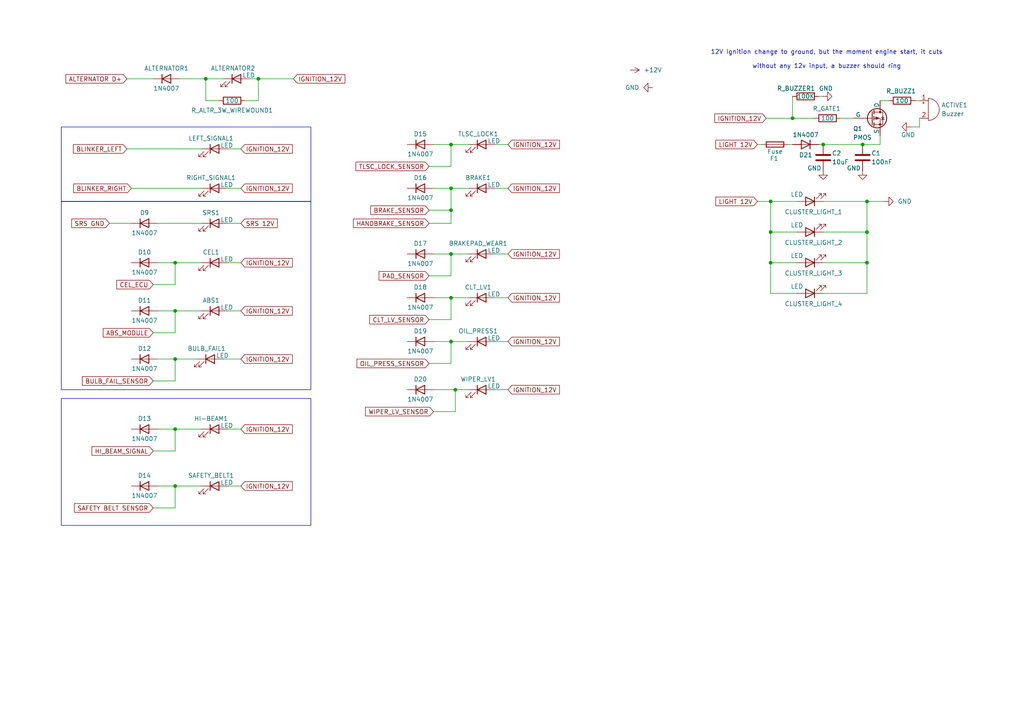
<source format=kicad_sch>
(kicad_sch
	(version 20250114)
	(generator "eeschema")
	(generator_version "9.0")
	(uuid "b636d74e-0faf-4dde-a0f5-6386036717ff")
	(paper "A4")
	(lib_symbols
		(symbol "Device:Buzzer"
			(pin_names
				(offset 0.0254)
				(hide yes)
			)
			(exclude_from_sim no)
			(in_bom yes)
			(on_board yes)
			(property "Reference" "BZ"
				(at 3.81 1.27 0)
				(effects
					(font
						(size 1.27 1.27)
					)
					(justify left)
				)
			)
			(property "Value" "Buzzer"
				(at 3.81 -1.27 0)
				(effects
					(font
						(size 1.27 1.27)
					)
					(justify left)
				)
			)
			(property "Footprint" ""
				(at -0.635 2.54 90)
				(effects
					(font
						(size 1.27 1.27)
					)
					(hide yes)
				)
			)
			(property "Datasheet" "~"
				(at -0.635 2.54 90)
				(effects
					(font
						(size 1.27 1.27)
					)
					(hide yes)
				)
			)
			(property "Description" "Buzzer, polarized"
				(at 0 0 0)
				(effects
					(font
						(size 1.27 1.27)
					)
					(hide yes)
				)
			)
			(property "ki_keywords" "quartz resonator ceramic"
				(at 0 0 0)
				(effects
					(font
						(size 1.27 1.27)
					)
					(hide yes)
				)
			)
			(property "ki_fp_filters" "*Buzzer*"
				(at 0 0 0)
				(effects
					(font
						(size 1.27 1.27)
					)
					(hide yes)
				)
			)
			(symbol "Buzzer_0_1"
				(polyline
					(pts
						(xy -1.651 1.905) (xy -1.143 1.905)
					)
					(stroke
						(width 0)
						(type default)
					)
					(fill
						(type none)
					)
				)
				(polyline
					(pts
						(xy -1.397 2.159) (xy -1.397 1.651)
					)
					(stroke
						(width 0)
						(type default)
					)
					(fill
						(type none)
					)
				)
				(arc
					(start 0 3.175)
					(mid 3.1612 0)
					(end 0 -3.175)
					(stroke
						(width 0)
						(type default)
					)
					(fill
						(type none)
					)
				)
				(polyline
					(pts
						(xy 0 3.175) (xy 0 -3.175)
					)
					(stroke
						(width 0)
						(type default)
					)
					(fill
						(type none)
					)
				)
			)
			(symbol "Buzzer_1_1"
				(pin passive line
					(at -2.54 2.54 0)
					(length 2.54)
					(name "+"
						(effects
							(font
								(size 1.27 1.27)
							)
						)
					)
					(number "1"
						(effects
							(font
								(size 1.27 1.27)
							)
						)
					)
				)
				(pin passive line
					(at -2.54 -2.54 0)
					(length 2.54)
					(name "-"
						(effects
							(font
								(size 1.27 1.27)
							)
						)
					)
					(number "2"
						(effects
							(font
								(size 1.27 1.27)
							)
						)
					)
				)
			)
			(embedded_fonts no)
		)
		(symbol "Device:C"
			(pin_numbers
				(hide yes)
			)
			(pin_names
				(offset 0.254)
			)
			(exclude_from_sim no)
			(in_bom yes)
			(on_board yes)
			(property "Reference" "C"
				(at 0.635 2.54 0)
				(effects
					(font
						(size 1.27 1.27)
					)
					(justify left)
				)
			)
			(property "Value" "C"
				(at 0.635 -2.54 0)
				(effects
					(font
						(size 1.27 1.27)
					)
					(justify left)
				)
			)
			(property "Footprint" ""
				(at 0.9652 -3.81 0)
				(effects
					(font
						(size 1.27 1.27)
					)
					(hide yes)
				)
			)
			(property "Datasheet" "~"
				(at 0 0 0)
				(effects
					(font
						(size 1.27 1.27)
					)
					(hide yes)
				)
			)
			(property "Description" "Unpolarized capacitor"
				(at 0 0 0)
				(effects
					(font
						(size 1.27 1.27)
					)
					(hide yes)
				)
			)
			(property "ki_keywords" "cap capacitor"
				(at 0 0 0)
				(effects
					(font
						(size 1.27 1.27)
					)
					(hide yes)
				)
			)
			(property "ki_fp_filters" "C_*"
				(at 0 0 0)
				(effects
					(font
						(size 1.27 1.27)
					)
					(hide yes)
				)
			)
			(symbol "C_0_1"
				(polyline
					(pts
						(xy -2.032 0.762) (xy 2.032 0.762)
					)
					(stroke
						(width 0.508)
						(type default)
					)
					(fill
						(type none)
					)
				)
				(polyline
					(pts
						(xy -2.032 -0.762) (xy 2.032 -0.762)
					)
					(stroke
						(width 0.508)
						(type default)
					)
					(fill
						(type none)
					)
				)
			)
			(symbol "C_1_1"
				(pin passive line
					(at 0 3.81 270)
					(length 2.794)
					(name "~"
						(effects
							(font
								(size 1.27 1.27)
							)
						)
					)
					(number "1"
						(effects
							(font
								(size 1.27 1.27)
							)
						)
					)
				)
				(pin passive line
					(at 0 -3.81 90)
					(length 2.794)
					(name "~"
						(effects
							(font
								(size 1.27 1.27)
							)
						)
					)
					(number "2"
						(effects
							(font
								(size 1.27 1.27)
							)
						)
					)
				)
			)
			(embedded_fonts no)
		)
		(symbol "Device:D"
			(pin_numbers
				(hide yes)
			)
			(pin_names
				(offset 1.016)
				(hide yes)
			)
			(exclude_from_sim no)
			(in_bom yes)
			(on_board yes)
			(property "Reference" "D"
				(at 0 2.54 0)
				(effects
					(font
						(size 1.27 1.27)
					)
				)
			)
			(property "Value" "D"
				(at 0 -2.54 0)
				(effects
					(font
						(size 1.27 1.27)
					)
				)
			)
			(property "Footprint" ""
				(at 0 0 0)
				(effects
					(font
						(size 1.27 1.27)
					)
					(hide yes)
				)
			)
			(property "Datasheet" "~"
				(at 0 0 0)
				(effects
					(font
						(size 1.27 1.27)
					)
					(hide yes)
				)
			)
			(property "Description" "Diode"
				(at 0 0 0)
				(effects
					(font
						(size 1.27 1.27)
					)
					(hide yes)
				)
			)
			(property "Sim.Device" "D"
				(at 0 0 0)
				(effects
					(font
						(size 1.27 1.27)
					)
					(hide yes)
				)
			)
			(property "Sim.Pins" "1=K 2=A"
				(at 0 0 0)
				(effects
					(font
						(size 1.27 1.27)
					)
					(hide yes)
				)
			)
			(property "ki_keywords" "diode"
				(at 0 0 0)
				(effects
					(font
						(size 1.27 1.27)
					)
					(hide yes)
				)
			)
			(property "ki_fp_filters" "TO-???* *_Diode_* *SingleDiode* D_*"
				(at 0 0 0)
				(effects
					(font
						(size 1.27 1.27)
					)
					(hide yes)
				)
			)
			(symbol "D_0_1"
				(polyline
					(pts
						(xy -1.27 1.27) (xy -1.27 -1.27)
					)
					(stroke
						(width 0.254)
						(type default)
					)
					(fill
						(type none)
					)
				)
				(polyline
					(pts
						(xy 1.27 1.27) (xy 1.27 -1.27) (xy -1.27 0) (xy 1.27 1.27)
					)
					(stroke
						(width 0.254)
						(type default)
					)
					(fill
						(type none)
					)
				)
				(polyline
					(pts
						(xy 1.27 0) (xy -1.27 0)
					)
					(stroke
						(width 0)
						(type default)
					)
					(fill
						(type none)
					)
				)
			)
			(symbol "D_1_1"
				(pin passive line
					(at -3.81 0 0)
					(length 2.54)
					(name "K"
						(effects
							(font
								(size 1.27 1.27)
							)
						)
					)
					(number "1"
						(effects
							(font
								(size 1.27 1.27)
							)
						)
					)
				)
				(pin passive line
					(at 3.81 0 180)
					(length 2.54)
					(name "A"
						(effects
							(font
								(size 1.27 1.27)
							)
						)
					)
					(number "2"
						(effects
							(font
								(size 1.27 1.27)
							)
						)
					)
				)
			)
			(embedded_fonts no)
		)
		(symbol "Device:Fuse"
			(pin_numbers
				(hide yes)
			)
			(pin_names
				(offset 0)
			)
			(exclude_from_sim no)
			(in_bom yes)
			(on_board yes)
			(property "Reference" "F"
				(at 2.032 0 90)
				(effects
					(font
						(size 1.27 1.27)
					)
				)
			)
			(property "Value" "Fuse"
				(at -1.905 0 90)
				(effects
					(font
						(size 1.27 1.27)
					)
				)
			)
			(property "Footprint" ""
				(at -1.778 0 90)
				(effects
					(font
						(size 1.27 1.27)
					)
					(hide yes)
				)
			)
			(property "Datasheet" "~"
				(at 0 0 0)
				(effects
					(font
						(size 1.27 1.27)
					)
					(hide yes)
				)
			)
			(property "Description" "Fuse"
				(at 0 0 0)
				(effects
					(font
						(size 1.27 1.27)
					)
					(hide yes)
				)
			)
			(property "ki_keywords" "fuse"
				(at 0 0 0)
				(effects
					(font
						(size 1.27 1.27)
					)
					(hide yes)
				)
			)
			(property "ki_fp_filters" "*Fuse*"
				(at 0 0 0)
				(effects
					(font
						(size 1.27 1.27)
					)
					(hide yes)
				)
			)
			(symbol "Fuse_0_1"
				(rectangle
					(start -0.762 -2.54)
					(end 0.762 2.54)
					(stroke
						(width 0.254)
						(type default)
					)
					(fill
						(type none)
					)
				)
				(polyline
					(pts
						(xy 0 2.54) (xy 0 -2.54)
					)
					(stroke
						(width 0)
						(type default)
					)
					(fill
						(type none)
					)
				)
			)
			(symbol "Fuse_1_1"
				(pin passive line
					(at 0 3.81 270)
					(length 1.27)
					(name "~"
						(effects
							(font
								(size 1.27 1.27)
							)
						)
					)
					(number "1"
						(effects
							(font
								(size 1.27 1.27)
							)
						)
					)
				)
				(pin passive line
					(at 0 -3.81 90)
					(length 1.27)
					(name "~"
						(effects
							(font
								(size 1.27 1.27)
							)
						)
					)
					(number "2"
						(effects
							(font
								(size 1.27 1.27)
							)
						)
					)
				)
			)
			(embedded_fonts no)
		)
		(symbol "Device:LED"
			(pin_numbers
				(hide yes)
			)
			(pin_names
				(offset 1.016)
				(hide yes)
			)
			(exclude_from_sim no)
			(in_bom yes)
			(on_board yes)
			(property "Reference" "D"
				(at 0 2.54 0)
				(effects
					(font
						(size 1.27 1.27)
					)
				)
			)
			(property "Value" "LED"
				(at 0 -2.54 0)
				(effects
					(font
						(size 1.27 1.27)
					)
				)
			)
			(property "Footprint" ""
				(at 0 0 0)
				(effects
					(font
						(size 1.27 1.27)
					)
					(hide yes)
				)
			)
			(property "Datasheet" "~"
				(at 0 0 0)
				(effects
					(font
						(size 1.27 1.27)
					)
					(hide yes)
				)
			)
			(property "Description" "Light emitting diode"
				(at 0 0 0)
				(effects
					(font
						(size 1.27 1.27)
					)
					(hide yes)
				)
			)
			(property "Sim.Pins" "1=K 2=A"
				(at 0 0 0)
				(effects
					(font
						(size 1.27 1.27)
					)
					(hide yes)
				)
			)
			(property "ki_keywords" "LED diode"
				(at 0 0 0)
				(effects
					(font
						(size 1.27 1.27)
					)
					(hide yes)
				)
			)
			(property "ki_fp_filters" "LED* LED_SMD:* LED_THT:*"
				(at 0 0 0)
				(effects
					(font
						(size 1.27 1.27)
					)
					(hide yes)
				)
			)
			(symbol "LED_0_1"
				(polyline
					(pts
						(xy -3.048 -0.762) (xy -4.572 -2.286) (xy -3.81 -2.286) (xy -4.572 -2.286) (xy -4.572 -1.524)
					)
					(stroke
						(width 0)
						(type default)
					)
					(fill
						(type none)
					)
				)
				(polyline
					(pts
						(xy -1.778 -0.762) (xy -3.302 -2.286) (xy -2.54 -2.286) (xy -3.302 -2.286) (xy -3.302 -1.524)
					)
					(stroke
						(width 0)
						(type default)
					)
					(fill
						(type none)
					)
				)
				(polyline
					(pts
						(xy -1.27 0) (xy 1.27 0)
					)
					(stroke
						(width 0)
						(type default)
					)
					(fill
						(type none)
					)
				)
				(polyline
					(pts
						(xy -1.27 -1.27) (xy -1.27 1.27)
					)
					(stroke
						(width 0.254)
						(type default)
					)
					(fill
						(type none)
					)
				)
				(polyline
					(pts
						(xy 1.27 -1.27) (xy 1.27 1.27) (xy -1.27 0) (xy 1.27 -1.27)
					)
					(stroke
						(width 0.254)
						(type default)
					)
					(fill
						(type none)
					)
				)
			)
			(symbol "LED_1_1"
				(pin passive line
					(at -3.81 0 0)
					(length 2.54)
					(name "K"
						(effects
							(font
								(size 1.27 1.27)
							)
						)
					)
					(number "1"
						(effects
							(font
								(size 1.27 1.27)
							)
						)
					)
				)
				(pin passive line
					(at 3.81 0 180)
					(length 2.54)
					(name "A"
						(effects
							(font
								(size 1.27 1.27)
							)
						)
					)
					(number "2"
						(effects
							(font
								(size 1.27 1.27)
							)
						)
					)
				)
			)
			(embedded_fonts no)
		)
		(symbol "Device:R"
			(pin_numbers
				(hide yes)
			)
			(pin_names
				(offset 0)
			)
			(exclude_from_sim no)
			(in_bom yes)
			(on_board yes)
			(property "Reference" "R"
				(at 2.032 0 90)
				(effects
					(font
						(size 1.27 1.27)
					)
				)
			)
			(property "Value" "R"
				(at 0 0 90)
				(effects
					(font
						(size 1.27 1.27)
					)
				)
			)
			(property "Footprint" ""
				(at -1.778 0 90)
				(effects
					(font
						(size 1.27 1.27)
					)
					(hide yes)
				)
			)
			(property "Datasheet" "~"
				(at 0 0 0)
				(effects
					(font
						(size 1.27 1.27)
					)
					(hide yes)
				)
			)
			(property "Description" "Resistor"
				(at 0 0 0)
				(effects
					(font
						(size 1.27 1.27)
					)
					(hide yes)
				)
			)
			(property "ki_keywords" "R res resistor"
				(at 0 0 0)
				(effects
					(font
						(size 1.27 1.27)
					)
					(hide yes)
				)
			)
			(property "ki_fp_filters" "R_*"
				(at 0 0 0)
				(effects
					(font
						(size 1.27 1.27)
					)
					(hide yes)
				)
			)
			(symbol "R_0_1"
				(rectangle
					(start -1.016 -2.54)
					(end 1.016 2.54)
					(stroke
						(width 0.254)
						(type default)
					)
					(fill
						(type none)
					)
				)
			)
			(symbol "R_1_1"
				(pin passive line
					(at 0 3.81 270)
					(length 1.27)
					(name "~"
						(effects
							(font
								(size 1.27 1.27)
							)
						)
					)
					(number "1"
						(effects
							(font
								(size 1.27 1.27)
							)
						)
					)
				)
				(pin passive line
					(at 0 -3.81 90)
					(length 1.27)
					(name "~"
						(effects
							(font
								(size 1.27 1.27)
							)
						)
					)
					(number "2"
						(effects
							(font
								(size 1.27 1.27)
							)
						)
					)
				)
			)
			(embedded_fonts no)
		)
		(symbol "Simulation_SPICE:PMOS"
			(pin_numbers
				(hide yes)
			)
			(pin_names
				(offset 0)
			)
			(exclude_from_sim no)
			(in_bom yes)
			(on_board yes)
			(property "Reference" "Q"
				(at 5.08 1.27 0)
				(effects
					(font
						(size 1.27 1.27)
					)
					(justify left)
				)
			)
			(property "Value" "PMOS"
				(at 5.08 -1.27 0)
				(effects
					(font
						(size 1.27 1.27)
					)
					(justify left)
				)
			)
			(property "Footprint" ""
				(at 5.08 2.54 0)
				(effects
					(font
						(size 1.27 1.27)
					)
					(hide yes)
				)
			)
			(property "Datasheet" "https://ngspice.sourceforge.io/docs/ngspice-html-manual/manual.xhtml#cha_MOSFETs"
				(at 0 -12.7 0)
				(effects
					(font
						(size 1.27 1.27)
					)
					(hide yes)
				)
			)
			(property "Description" "P-MOSFET transistor, drain/source/gate"
				(at 0 0 0)
				(effects
					(font
						(size 1.27 1.27)
					)
					(hide yes)
				)
			)
			(property "Sim.Device" "PMOS"
				(at 0 -17.145 0)
				(effects
					(font
						(size 1.27 1.27)
					)
					(hide yes)
				)
			)
			(property "Sim.Type" "VDMOS"
				(at 0 -19.05 0)
				(effects
					(font
						(size 1.27 1.27)
					)
					(hide yes)
				)
			)
			(property "Sim.Pins" "1=D 2=G 3=S"
				(at 0 -15.24 0)
				(effects
					(font
						(size 1.27 1.27)
					)
					(hide yes)
				)
			)
			(property "ki_keywords" "transistor PMOS P-MOS P-MOSFET simulation"
				(at 0 0 0)
				(effects
					(font
						(size 1.27 1.27)
					)
					(hide yes)
				)
			)
			(symbol "PMOS_0_1"
				(polyline
					(pts
						(xy 0.254 1.905) (xy 0.254 -1.905)
					)
					(stroke
						(width 0.254)
						(type default)
					)
					(fill
						(type none)
					)
				)
				(polyline
					(pts
						(xy 0.254 0) (xy -2.54 0)
					)
					(stroke
						(width 0)
						(type default)
					)
					(fill
						(type none)
					)
				)
				(polyline
					(pts
						(xy 0.762 2.286) (xy 0.762 1.27)
					)
					(stroke
						(width 0.254)
						(type default)
					)
					(fill
						(type none)
					)
				)
				(polyline
					(pts
						(xy 0.762 1.778) (xy 3.302 1.778) (xy 3.302 -1.778) (xy 0.762 -1.778)
					)
					(stroke
						(width 0)
						(type default)
					)
					(fill
						(type none)
					)
				)
				(polyline
					(pts
						(xy 0.762 0.508) (xy 0.762 -0.508)
					)
					(stroke
						(width 0.254)
						(type default)
					)
					(fill
						(type none)
					)
				)
				(polyline
					(pts
						(xy 0.762 -1.27) (xy 0.762 -2.286)
					)
					(stroke
						(width 0.254)
						(type default)
					)
					(fill
						(type none)
					)
				)
				(circle
					(center 1.651 0)
					(radius 2.794)
					(stroke
						(width 0.254)
						(type default)
					)
					(fill
						(type none)
					)
				)
				(polyline
					(pts
						(xy 2.286 0) (xy 1.27 0.381) (xy 1.27 -0.381) (xy 2.286 0)
					)
					(stroke
						(width 0)
						(type default)
					)
					(fill
						(type outline)
					)
				)
				(polyline
					(pts
						(xy 2.54 2.54) (xy 2.54 1.778)
					)
					(stroke
						(width 0)
						(type default)
					)
					(fill
						(type none)
					)
				)
				(circle
					(center 2.54 1.778)
					(radius 0.254)
					(stroke
						(width 0)
						(type default)
					)
					(fill
						(type outline)
					)
				)
				(circle
					(center 2.54 -1.778)
					(radius 0.254)
					(stroke
						(width 0)
						(type default)
					)
					(fill
						(type outline)
					)
				)
				(polyline
					(pts
						(xy 2.54 -2.54) (xy 2.54 0) (xy 0.762 0)
					)
					(stroke
						(width 0)
						(type default)
					)
					(fill
						(type none)
					)
				)
				(polyline
					(pts
						(xy 2.794 -0.508) (xy 2.921 -0.381) (xy 3.683 -0.381) (xy 3.81 -0.254)
					)
					(stroke
						(width 0)
						(type default)
					)
					(fill
						(type none)
					)
				)
				(polyline
					(pts
						(xy 3.302 -0.381) (xy 2.921 0.254) (xy 3.683 0.254) (xy 3.302 -0.381)
					)
					(stroke
						(width 0)
						(type default)
					)
					(fill
						(type none)
					)
				)
			)
			(symbol "PMOS_1_1"
				(pin input line
					(at -5.08 0 0)
					(length 2.54)
					(name "G"
						(effects
							(font
								(size 1.27 1.27)
							)
						)
					)
					(number "2"
						(effects
							(font
								(size 1.27 1.27)
							)
						)
					)
				)
				(pin passive line
					(at 2.54 5.08 270)
					(length 2.54)
					(name "D"
						(effects
							(font
								(size 1.27 1.27)
							)
						)
					)
					(number "1"
						(effects
							(font
								(size 1.27 1.27)
							)
						)
					)
				)
				(pin passive line
					(at 2.54 -5.08 90)
					(length 2.54)
					(name "S"
						(effects
							(font
								(size 1.27 1.27)
							)
						)
					)
					(number "3"
						(effects
							(font
								(size 1.27 1.27)
							)
						)
					)
				)
			)
			(embedded_fonts no)
		)
		(symbol "power:+12V"
			(power)
			(pin_numbers
				(hide yes)
			)
			(pin_names
				(offset 0)
				(hide yes)
			)
			(exclude_from_sim no)
			(in_bom yes)
			(on_board yes)
			(property "Reference" "#PWR"
				(at 0 -3.81 0)
				(effects
					(font
						(size 1.27 1.27)
					)
					(hide yes)
				)
			)
			(property "Value" "+12V"
				(at 0 3.556 0)
				(effects
					(font
						(size 1.27 1.27)
					)
				)
			)
			(property "Footprint" ""
				(at 0 0 0)
				(effects
					(font
						(size 1.27 1.27)
					)
					(hide yes)
				)
			)
			(property "Datasheet" ""
				(at 0 0 0)
				(effects
					(font
						(size 1.27 1.27)
					)
					(hide yes)
				)
			)
			(property "Description" "Power symbol creates a global label with name \"+12V\""
				(at 0 0 0)
				(effects
					(font
						(size 1.27 1.27)
					)
					(hide yes)
				)
			)
			(property "ki_keywords" "global power"
				(at 0 0 0)
				(effects
					(font
						(size 1.27 1.27)
					)
					(hide yes)
				)
			)
			(symbol "+12V_0_1"
				(polyline
					(pts
						(xy -0.762 1.27) (xy 0 2.54)
					)
					(stroke
						(width 0)
						(type default)
					)
					(fill
						(type none)
					)
				)
				(polyline
					(pts
						(xy 0 2.54) (xy 0.762 1.27)
					)
					(stroke
						(width 0)
						(type default)
					)
					(fill
						(type none)
					)
				)
				(polyline
					(pts
						(xy 0 0) (xy 0 2.54)
					)
					(stroke
						(width 0)
						(type default)
					)
					(fill
						(type none)
					)
				)
			)
			(symbol "+12V_1_1"
				(pin power_in line
					(at 0 0 90)
					(length 0)
					(name "~"
						(effects
							(font
								(size 1.27 1.27)
							)
						)
					)
					(number "1"
						(effects
							(font
								(size 1.27 1.27)
							)
						)
					)
				)
			)
			(embedded_fonts no)
		)
		(symbol "power:GND"
			(power)
			(pin_numbers
				(hide yes)
			)
			(pin_names
				(offset 0)
				(hide yes)
			)
			(exclude_from_sim no)
			(in_bom yes)
			(on_board yes)
			(property "Reference" "#PWR"
				(at 0 -6.35 0)
				(effects
					(font
						(size 1.27 1.27)
					)
					(hide yes)
				)
			)
			(property "Value" "GND"
				(at 0 -3.81 0)
				(effects
					(font
						(size 1.27 1.27)
					)
				)
			)
			(property "Footprint" ""
				(at 0 0 0)
				(effects
					(font
						(size 1.27 1.27)
					)
					(hide yes)
				)
			)
			(property "Datasheet" ""
				(at 0 0 0)
				(effects
					(font
						(size 1.27 1.27)
					)
					(hide yes)
				)
			)
			(property "Description" "Power symbol creates a global label with name \"GND\" , ground"
				(at 0 0 0)
				(effects
					(font
						(size 1.27 1.27)
					)
					(hide yes)
				)
			)
			(property "ki_keywords" "global power"
				(at 0 0 0)
				(effects
					(font
						(size 1.27 1.27)
					)
					(hide yes)
				)
			)
			(symbol "GND_0_1"
				(polyline
					(pts
						(xy 0 0) (xy 0 -1.27) (xy 1.27 -1.27) (xy 0 -2.54) (xy -1.27 -1.27) (xy 0 -1.27)
					)
					(stroke
						(width 0)
						(type default)
					)
					(fill
						(type none)
					)
				)
			)
			(symbol "GND_1_1"
				(pin power_in line
					(at 0 0 270)
					(length 0)
					(name "~"
						(effects
							(font
								(size 1.27 1.27)
							)
						)
					)
					(number "1"
						(effects
							(font
								(size 1.27 1.27)
							)
						)
					)
				)
			)
			(embedded_fonts no)
		)
	)
	(rectangle
		(start 17.78 115.57)
		(end 90.17 152.4)
		(stroke
			(width 0)
			(type default)
		)
		(fill
			(type none)
		)
		(uuid 0105e2cb-0640-4a62-8e72-eceaa487cea9)
	)
	(rectangle
		(start 17.78 36.83)
		(end 90.17 58.42)
		(stroke
			(width 0)
			(type default)
		)
		(fill
			(type none)
		)
		(uuid b94c2f5b-08a6-49a9-be7f-7e4f7414892e)
	)
	(rectangle
		(start 17.78 58.42)
		(end 90.17 113.03)
		(stroke
			(width 0)
			(type default)
		)
		(fill
			(type none)
		)
		(uuid ca0c9f33-9d5a-4828-8890-9cd94ff1a10a)
	)
	(text "12V Ignition change to ground, but the moment engine start, it cuts\n\nwithout any 12v input, a buzzer should ring\n\n"
		(exclude_from_sim no)
		(at 239.776 18.288 0)
		(effects
			(font
				(size 1.27 1.27)
			)
		)
		(uuid "30f732af-816d-475e-a5f0-c2bfa4a15fc8")
	)
	(junction
		(at 251.46 76.2)
		(diameter 0)
		(color 0 0 0 0)
		(uuid "03f2cb1b-d4c0-49df-80a0-c737f3a7e2b3")
	)
	(junction
		(at 130.81 86.36)
		(diameter 0)
		(color 0 0 0 0)
		(uuid "08966321-e6ee-497d-86a1-961a050a9273")
	)
	(junction
		(at 223.52 76.2)
		(diameter 0)
		(color 0 0 0 0)
		(uuid "0b4fd809-4f95-4599-a99c-aeca14d0d6c1")
	)
	(junction
		(at 50.8 124.46)
		(diameter 0)
		(color 0 0 0 0)
		(uuid "1c486137-e916-4d4a-81c1-27e97811a940")
	)
	(junction
		(at 223.52 58.42)
		(diameter 0)
		(color 0 0 0 0)
		(uuid "1de9db0a-fbc4-4e84-83a0-773bea016451")
	)
	(junction
		(at 130.81 60.96)
		(diameter 0)
		(color 0 0 0 0)
		(uuid "5875853d-ce33-4271-8424-8741b614b86c")
	)
	(junction
		(at 130.81 99.06)
		(diameter 0)
		(color 0 0 0 0)
		(uuid "63588cf9-d34c-4788-bff7-214c5f840acf")
	)
	(junction
		(at 229.87 34.29)
		(diameter 0)
		(color 0 0 0 0)
		(uuid "6ec201aa-c6fc-4ff5-97cd-4b68e0572998")
	)
	(junction
		(at 238.76 41.91)
		(diameter 0)
		(color 0 0 0 0)
		(uuid "77cb5276-bd80-46ca-939f-89e84cb829fa")
	)
	(junction
		(at 59.69 22.86)
		(diameter 0)
		(color 0 0 0 0)
		(uuid "7bb7936c-0bfb-43e3-b808-32276a1886da")
	)
	(junction
		(at 50.8 140.97)
		(diameter 0)
		(color 0 0 0 0)
		(uuid "99815ed3-dd69-468c-8698-8768b31806eb")
	)
	(junction
		(at 223.52 67.31)
		(diameter 0)
		(color 0 0 0 0)
		(uuid "a2554ce5-4587-4b6b-96c9-40f2bbe126ec")
	)
	(junction
		(at 132.08 113.03)
		(diameter 0)
		(color 0 0 0 0)
		(uuid "a2ae609b-1550-4b0e-b21e-2fce22a9fc9c")
	)
	(junction
		(at 251.46 67.31)
		(diameter 0)
		(color 0 0 0 0)
		(uuid "ab01d7b7-786c-41ae-bf04-4d8ce17034be")
	)
	(junction
		(at 50.8 90.17)
		(diameter 0)
		(color 0 0 0 0)
		(uuid "b9de9ccb-8ccf-4eb3-8ad0-157c8f20cf92")
	)
	(junction
		(at 130.81 41.91)
		(diameter 0)
		(color 0 0 0 0)
		(uuid "bd06be77-f423-4388-89de-bf0ac38dc23a")
	)
	(junction
		(at 250.19 41.91)
		(diameter 0)
		(color 0 0 0 0)
		(uuid "c1a57cd9-18e8-47d0-8c1e-dd18ab34f027")
	)
	(junction
		(at 251.46 58.42)
		(diameter 0)
		(color 0 0 0 0)
		(uuid "c5523863-4738-452e-ac51-28fa904e482a")
	)
	(junction
		(at 130.81 54.61)
		(diameter 0)
		(color 0 0 0 0)
		(uuid "c7b43d81-27cc-4e89-908d-613ccd36669b")
	)
	(junction
		(at 50.8 76.2)
		(diameter 0)
		(color 0 0 0 0)
		(uuid "daad5d7a-5155-4f4d-9694-b0a455c61c2d")
	)
	(junction
		(at 130.81 73.66)
		(diameter 0)
		(color 0 0 0 0)
		(uuid "db4c1547-1c0b-428e-8929-11430b21f2d3")
	)
	(junction
		(at 74.93 22.86)
		(diameter 0)
		(color 0 0 0 0)
		(uuid "e512cf4e-7c56-4d88-955e-25201bc6072e")
	)
	(junction
		(at 50.8 104.14)
		(diameter 0)
		(color 0 0 0 0)
		(uuid "f989fcf0-5a29-412c-9cbe-3b7fb3fc6382")
	)
	(wire
		(pts
			(xy 132.08 119.38) (xy 132.08 113.03)
		)
		(stroke
			(width 0)
			(type default)
		)
		(uuid "049da37f-d242-4105-ba35-3d14b1424ac9")
	)
	(wire
		(pts
			(xy 124.46 92.71) (xy 130.81 92.71)
		)
		(stroke
			(width 0)
			(type default)
		)
		(uuid "0734a852-9690-454e-8b7b-b12a1a292d76")
	)
	(wire
		(pts
			(xy 237.49 41.91) (xy 238.76 41.91)
		)
		(stroke
			(width 0)
			(type default)
		)
		(uuid "07601ae5-38b9-4f4e-9756-b72a79db25f7")
	)
	(wire
		(pts
			(xy 69.85 104.14) (xy 64.77 104.14)
		)
		(stroke
			(width 0)
			(type default)
		)
		(uuid "0764d367-a9c4-41bc-acf0-ef8c6be400d4")
	)
	(wire
		(pts
			(xy 238.76 41.91) (xy 250.19 41.91)
		)
		(stroke
			(width 0)
			(type default)
		)
		(uuid "09477159-c707-4047-ab37-ed22aec9446b")
	)
	(wire
		(pts
			(xy 219.71 58.42) (xy 223.52 58.42)
		)
		(stroke
			(width 0)
			(type default)
		)
		(uuid "09f6b93c-8507-496a-8750-f9038bb5ab33")
	)
	(wire
		(pts
			(xy 231.14 76.2) (xy 223.52 76.2)
		)
		(stroke
			(width 0)
			(type default)
		)
		(uuid "0b0daa58-4d5a-4ca5-a113-8f61aa371b15")
	)
	(wire
		(pts
			(xy 243.84 34.29) (xy 247.65 34.29)
		)
		(stroke
			(width 0)
			(type default)
		)
		(uuid "0be47f53-945d-4d68-9e9f-a710fa05c075")
	)
	(wire
		(pts
			(xy 255.27 29.21) (xy 257.81 29.21)
		)
		(stroke
			(width 0)
			(type default)
		)
		(uuid "0cae34dc-a328-4573-8b50-9d2c31f6cd25")
	)
	(wire
		(pts
			(xy 147.32 41.91) (xy 143.51 41.91)
		)
		(stroke
			(width 0)
			(type default)
		)
		(uuid "0e18a404-d440-4d55-81f9-a497d91f41c0")
	)
	(wire
		(pts
			(xy 125.73 119.38) (xy 132.08 119.38)
		)
		(stroke
			(width 0)
			(type default)
		)
		(uuid "0e432014-9792-41fa-b24e-99e6371adf92")
	)
	(wire
		(pts
			(xy 264.16 36.83) (xy 266.7 36.83)
		)
		(stroke
			(width 0)
			(type default)
		)
		(uuid "137f2244-3fb6-4655-80c5-f85be76c0751")
	)
	(wire
		(pts
			(xy 50.8 110.49) (xy 50.8 104.14)
		)
		(stroke
			(width 0)
			(type default)
		)
		(uuid "16e5fde4-3414-454f-a2fd-0cd0a46a0066")
	)
	(wire
		(pts
			(xy 223.52 76.2) (xy 223.52 67.31)
		)
		(stroke
			(width 0)
			(type default)
		)
		(uuid "17df1c82-aa3d-41a8-bbbc-d5f39410fc2f")
	)
	(wire
		(pts
			(xy 255.27 41.91) (xy 255.27 39.37)
		)
		(stroke
			(width 0)
			(type default)
		)
		(uuid "194fdc2a-7471-4b76-9317-7900f35ff098")
	)
	(wire
		(pts
			(xy 71.12 29.21) (xy 74.93 29.21)
		)
		(stroke
			(width 0)
			(type default)
		)
		(uuid "1d2afb9e-5c85-4048-9ae7-102ad9c4b01a")
	)
	(wire
		(pts
			(xy 74.93 22.86) (xy 72.39 22.86)
		)
		(stroke
			(width 0)
			(type default)
		)
		(uuid "1f4ef5a5-d121-4cb4-b399-bd8036ffedf9")
	)
	(wire
		(pts
			(xy 251.46 85.09) (xy 251.46 76.2)
		)
		(stroke
			(width 0)
			(type default)
		)
		(uuid "218addcf-95ec-4091-8b9c-f2e47baa5f0c")
	)
	(wire
		(pts
			(xy 130.81 54.61) (xy 130.81 60.96)
		)
		(stroke
			(width 0)
			(type default)
		)
		(uuid "258a6136-0eae-4adb-b7da-f22d8368f3ad")
	)
	(wire
		(pts
			(xy 237.49 27.94) (xy 238.76 27.94)
		)
		(stroke
			(width 0)
			(type default)
		)
		(uuid "2626c6a0-4546-4c2f-aae5-617347dcbd44")
	)
	(wire
		(pts
			(xy 38.1 64.77) (xy 31.75 64.77)
		)
		(stroke
			(width 0)
			(type default)
		)
		(uuid "2d13905e-d9ee-4d7c-8bfb-6cc983106829")
	)
	(wire
		(pts
			(xy 130.81 105.41) (xy 130.81 99.06)
		)
		(stroke
			(width 0)
			(type default)
		)
		(uuid "308f6e50-edc1-4ed6-a60f-dd3ffa8ac4eb")
	)
	(wire
		(pts
			(xy 45.72 124.46) (xy 50.8 124.46)
		)
		(stroke
			(width 0)
			(type default)
		)
		(uuid "387f1cd6-3202-4fbf-bf0f-2af2d1c3c5c4")
	)
	(wire
		(pts
			(xy 45.72 64.77) (xy 58.42 64.77)
		)
		(stroke
			(width 0)
			(type default)
		)
		(uuid "3b83866e-1c09-4f69-866f-86a8e06c7ed6")
	)
	(wire
		(pts
			(xy 59.69 29.21) (xy 59.69 22.86)
		)
		(stroke
			(width 0)
			(type default)
		)
		(uuid "3f859f2f-73a3-40bf-ad7f-ed30cd9e5481")
	)
	(wire
		(pts
			(xy 125.73 99.06) (xy 130.81 99.06)
		)
		(stroke
			(width 0)
			(type default)
		)
		(uuid "3fbafa72-e790-473b-84ea-34915069d13d")
	)
	(wire
		(pts
			(xy 147.32 86.36) (xy 143.51 86.36)
		)
		(stroke
			(width 0)
			(type default)
		)
		(uuid "41a67f53-47f2-434a-989d-1ea34ab84f1e")
	)
	(wire
		(pts
			(xy 85.09 22.86) (xy 74.93 22.86)
		)
		(stroke
			(width 0)
			(type default)
		)
		(uuid "41eed87d-89ba-4006-8bc3-039a1346903e")
	)
	(wire
		(pts
			(xy 50.8 96.52) (xy 50.8 90.17)
		)
		(stroke
			(width 0)
			(type default)
		)
		(uuid "44233b3d-5d67-46e2-998f-b04fcf61ca70")
	)
	(wire
		(pts
			(xy 50.8 90.17) (xy 58.42 90.17)
		)
		(stroke
			(width 0)
			(type default)
		)
		(uuid "45cc9eee-4139-4ef5-9d20-7af10218d769")
	)
	(wire
		(pts
			(xy 229.87 27.94) (xy 229.87 34.29)
		)
		(stroke
			(width 0)
			(type default)
		)
		(uuid "46749b0a-89d0-4947-9c3b-a571d8c14fef")
	)
	(wire
		(pts
			(xy 132.08 113.03) (xy 135.89 113.03)
		)
		(stroke
			(width 0)
			(type default)
		)
		(uuid "46ce1bf0-8426-4971-8951-c5948b7ef4b5")
	)
	(wire
		(pts
			(xy 147.32 73.66) (xy 143.51 73.66)
		)
		(stroke
			(width 0)
			(type default)
		)
		(uuid "480f1a94-912b-48b6-a1cd-2e6577eabe65")
	)
	(wire
		(pts
			(xy 69.85 43.18) (xy 66.04 43.18)
		)
		(stroke
			(width 0)
			(type default)
		)
		(uuid "4b1c1780-9356-47e1-8133-c7447469e9f7")
	)
	(wire
		(pts
			(xy 74.93 29.21) (xy 74.93 22.86)
		)
		(stroke
			(width 0)
			(type default)
		)
		(uuid "4f46f4a5-cfef-48ff-816a-6af1746cf62b")
	)
	(wire
		(pts
			(xy 50.8 130.81) (xy 50.8 124.46)
		)
		(stroke
			(width 0)
			(type default)
		)
		(uuid "5640e49e-5f1c-4401-8991-7a2daac7114b")
	)
	(wire
		(pts
			(xy 44.45 147.32) (xy 50.8 147.32)
		)
		(stroke
			(width 0)
			(type default)
		)
		(uuid "5eb6ff57-8ff8-4f40-be2a-9ff119b6767b")
	)
	(wire
		(pts
			(xy 69.85 64.77) (xy 66.04 64.77)
		)
		(stroke
			(width 0)
			(type default)
		)
		(uuid "6003ffad-27bc-4083-bc55-88f61fe56f9c")
	)
	(wire
		(pts
			(xy 69.85 140.97) (xy 66.04 140.97)
		)
		(stroke
			(width 0)
			(type default)
		)
		(uuid "61482644-6eaf-4cb3-af92-58a2aee2cc7e")
	)
	(wire
		(pts
			(xy 69.85 54.61) (xy 66.04 54.61)
		)
		(stroke
			(width 0)
			(type default)
		)
		(uuid "670d4a71-3835-4d65-8059-f272bb9e6aa2")
	)
	(wire
		(pts
			(xy 69.85 124.46) (xy 66.04 124.46)
		)
		(stroke
			(width 0)
			(type default)
		)
		(uuid "69fce64e-6579-4d94-8a3c-be4b3152c137")
	)
	(wire
		(pts
			(xy 125.73 41.91) (xy 130.81 41.91)
		)
		(stroke
			(width 0)
			(type default)
		)
		(uuid "6c76cc27-36b5-47ae-87e9-2456744cf021")
	)
	(wire
		(pts
			(xy 130.81 48.26) (xy 130.81 41.91)
		)
		(stroke
			(width 0)
			(type default)
		)
		(uuid "768e07e1-b65d-461b-bfd5-2e890176f7c8")
	)
	(wire
		(pts
			(xy 223.52 67.31) (xy 223.52 58.42)
		)
		(stroke
			(width 0)
			(type default)
		)
		(uuid "79835e7c-0311-4ab0-8896-2e0de9a7db94")
	)
	(wire
		(pts
			(xy 50.8 124.46) (xy 58.42 124.46)
		)
		(stroke
			(width 0)
			(type default)
		)
		(uuid "8097b1ed-a474-411c-b8b7-8acd659fc235")
	)
	(wire
		(pts
			(xy 63.5 29.21) (xy 59.69 29.21)
		)
		(stroke
			(width 0)
			(type default)
		)
		(uuid "813b39a5-3789-450e-a26f-9d08403d4f7c")
	)
	(wire
		(pts
			(xy 251.46 58.42) (xy 251.46 67.31)
		)
		(stroke
			(width 0)
			(type default)
		)
		(uuid "813bf9be-17e5-4014-bd97-3af79d4516ee")
	)
	(wire
		(pts
			(xy 250.19 41.91) (xy 255.27 41.91)
		)
		(stroke
			(width 0)
			(type default)
		)
		(uuid "88725878-3067-4116-b177-4a55e74b8cda")
	)
	(wire
		(pts
			(xy 44.45 82.55) (xy 50.8 82.55)
		)
		(stroke
			(width 0)
			(type default)
		)
		(uuid "8948c5a8-1b65-4087-944f-90c222a1cb1b")
	)
	(wire
		(pts
			(xy 64.77 22.86) (xy 59.69 22.86)
		)
		(stroke
			(width 0)
			(type default)
		)
		(uuid "91045bf1-c8c9-4c4c-aa77-42b3ccf20c57")
	)
	(wire
		(pts
			(xy 130.81 99.06) (xy 135.89 99.06)
		)
		(stroke
			(width 0)
			(type default)
		)
		(uuid "92f8f7cc-ec0e-4b32-bc6b-6e0c9cae1207")
	)
	(wire
		(pts
			(xy 238.76 67.31) (xy 251.46 67.31)
		)
		(stroke
			(width 0)
			(type default)
		)
		(uuid "939e3f63-a077-4815-b005-36c7e81e7381")
	)
	(wire
		(pts
			(xy 147.32 99.06) (xy 143.51 99.06)
		)
		(stroke
			(width 0)
			(type default)
		)
		(uuid "93c670f2-699f-4145-a976-1ebd35ae6db4")
	)
	(wire
		(pts
			(xy 125.73 86.36) (xy 130.81 86.36)
		)
		(stroke
			(width 0)
			(type default)
		)
		(uuid "95c49a44-a6fe-4653-8821-51828b03259c")
	)
	(wire
		(pts
			(xy 130.81 54.61) (xy 135.89 54.61)
		)
		(stroke
			(width 0)
			(type default)
		)
		(uuid "99109cf5-872b-4055-b84d-55ec494386a5")
	)
	(wire
		(pts
			(xy 36.83 43.18) (xy 58.42 43.18)
		)
		(stroke
			(width 0)
			(type default)
		)
		(uuid "9abe0992-dc81-4603-b158-070b4687b5d0")
	)
	(wire
		(pts
			(xy 38.1 54.61) (xy 58.42 54.61)
		)
		(stroke
			(width 0)
			(type default)
		)
		(uuid "9b2d6b58-12bb-4f48-bdd4-ac24e7fce7a9")
	)
	(wire
		(pts
			(xy 124.46 80.01) (xy 130.81 80.01)
		)
		(stroke
			(width 0)
			(type default)
		)
		(uuid "a0921277-35a3-4870-af3a-d619fd377bd3")
	)
	(wire
		(pts
			(xy 266.7 36.83) (xy 266.7 34.29)
		)
		(stroke
			(width 0)
			(type default)
		)
		(uuid "a2fee9a1-416b-451a-9ba3-fb222781d96f")
	)
	(wire
		(pts
			(xy 231.14 85.09) (xy 223.52 85.09)
		)
		(stroke
			(width 0)
			(type default)
		)
		(uuid "a3760dee-7cba-473e-9ce4-6210961644c8")
	)
	(wire
		(pts
			(xy 44.45 110.49) (xy 50.8 110.49)
		)
		(stroke
			(width 0)
			(type default)
		)
		(uuid "a622a903-dc85-40af-9b19-9ef342b5fdb1")
	)
	(wire
		(pts
			(xy 251.46 58.42) (xy 238.76 58.42)
		)
		(stroke
			(width 0)
			(type default)
		)
		(uuid "a830e73a-0a62-4a91-b441-0e444aa050f3")
	)
	(wire
		(pts
			(xy 124.46 48.26) (xy 130.81 48.26)
		)
		(stroke
			(width 0)
			(type default)
		)
		(uuid "ab0c9783-1c4b-444d-a822-65ace91dab96")
	)
	(wire
		(pts
			(xy 220.98 41.91) (xy 219.71 41.91)
		)
		(stroke
			(width 0)
			(type default)
		)
		(uuid "ad654b44-4688-4989-a344-0b013d288ca7")
	)
	(wire
		(pts
			(xy 125.73 73.66) (xy 130.81 73.66)
		)
		(stroke
			(width 0)
			(type default)
		)
		(uuid "aeedc109-4e93-463f-9bbf-ed33178021e2")
	)
	(wire
		(pts
			(xy 44.45 96.52) (xy 50.8 96.52)
		)
		(stroke
			(width 0)
			(type default)
		)
		(uuid "b22aea24-a99d-467a-84a8-927db8a997d0")
	)
	(wire
		(pts
			(xy 229.87 34.29) (xy 236.22 34.29)
		)
		(stroke
			(width 0)
			(type default)
		)
		(uuid "b2b46c44-bab3-48c4-8e2c-bdad4180161c")
	)
	(wire
		(pts
			(xy 147.32 54.61) (xy 143.51 54.61)
		)
		(stroke
			(width 0)
			(type default)
		)
		(uuid "b44b6a31-b5e5-4383-935e-3c2377ebb457")
	)
	(wire
		(pts
			(xy 251.46 58.42) (xy 256.54 58.42)
		)
		(stroke
			(width 0)
			(type default)
		)
		(uuid "b4bcfafe-c88e-4dd4-be3d-272bfe61c5d8")
	)
	(wire
		(pts
			(xy 130.81 86.36) (xy 135.89 86.36)
		)
		(stroke
			(width 0)
			(type default)
		)
		(uuid "b53f9ef9-92f8-4ff0-a9c4-e6a41a74febd")
	)
	(wire
		(pts
			(xy 50.8 82.55) (xy 50.8 76.2)
		)
		(stroke
			(width 0)
			(type default)
		)
		(uuid "b59211b2-5af6-4b62-83d9-75e32cb5022c")
	)
	(wire
		(pts
			(xy 45.72 104.14) (xy 50.8 104.14)
		)
		(stroke
			(width 0)
			(type default)
		)
		(uuid "b8c9b55e-35df-4678-86b4-4149598c7314")
	)
	(wire
		(pts
			(xy 130.81 41.91) (xy 135.89 41.91)
		)
		(stroke
			(width 0)
			(type default)
		)
		(uuid "b90e7126-369a-4172-8a06-24905bbdaa2f")
	)
	(wire
		(pts
			(xy 223.52 58.42) (xy 231.14 58.42)
		)
		(stroke
			(width 0)
			(type default)
		)
		(uuid "bfbec7c9-534f-4d9a-82d1-883d6d675e89")
	)
	(wire
		(pts
			(xy 50.8 104.14) (xy 57.15 104.14)
		)
		(stroke
			(width 0)
			(type default)
		)
		(uuid "c0e53091-18d4-4cbd-8f79-e03bd0cdbe88")
	)
	(wire
		(pts
			(xy 130.81 80.01) (xy 130.81 73.66)
		)
		(stroke
			(width 0)
			(type default)
		)
		(uuid "c335a767-172b-4997-8955-4ecb12139432")
	)
	(wire
		(pts
			(xy 238.76 85.09) (xy 251.46 85.09)
		)
		(stroke
			(width 0)
			(type default)
		)
		(uuid "c5f129f8-5428-40bc-a393-a296232005ee")
	)
	(wire
		(pts
			(xy 222.25 34.29) (xy 229.87 34.29)
		)
		(stroke
			(width 0)
			(type default)
		)
		(uuid "c7ad0555-0b2a-44aa-bfda-a96a89102a02")
	)
	(wire
		(pts
			(xy 238.76 76.2) (xy 251.46 76.2)
		)
		(stroke
			(width 0)
			(type default)
		)
		(uuid "c7f58368-b282-4764-ad33-7e2a07fe50c8")
	)
	(wire
		(pts
			(xy 69.85 90.17) (xy 66.04 90.17)
		)
		(stroke
			(width 0)
			(type default)
		)
		(uuid "c81909df-74fc-4b55-a6f0-1a945004d392")
	)
	(wire
		(pts
			(xy 130.81 92.71) (xy 130.81 86.36)
		)
		(stroke
			(width 0)
			(type default)
		)
		(uuid "c9fff3b6-6baa-4883-a7f6-ce2d19687ee1")
	)
	(wire
		(pts
			(xy 223.52 85.09) (xy 223.52 76.2)
		)
		(stroke
			(width 0)
			(type default)
		)
		(uuid "cd6f381b-02b4-450f-a7b2-a7a936b0e71e")
	)
	(wire
		(pts
			(xy 130.81 64.77) (xy 130.81 60.96)
		)
		(stroke
			(width 0)
			(type default)
		)
		(uuid "ce1094b5-0310-4a9d-96c1-3247ecf0fe94")
	)
	(wire
		(pts
			(xy 251.46 76.2) (xy 251.46 67.31)
		)
		(stroke
			(width 0)
			(type default)
		)
		(uuid "ceac32ec-29e7-43a7-8392-b114b019951d")
	)
	(wire
		(pts
			(xy 50.8 140.97) (xy 58.42 140.97)
		)
		(stroke
			(width 0)
			(type default)
		)
		(uuid "d04b4a3d-4d31-43cd-8893-b99442e610ad")
	)
	(wire
		(pts
			(xy 229.87 41.91) (xy 228.6 41.91)
		)
		(stroke
			(width 0)
			(type default)
		)
		(uuid "d78e0c36-d255-4453-85f5-1fd4dea18fb3")
	)
	(wire
		(pts
			(xy 265.43 29.21) (xy 266.7 29.21)
		)
		(stroke
			(width 0)
			(type default)
		)
		(uuid "dcf29bb5-0b27-4d6e-9429-aeba6c629470")
	)
	(wire
		(pts
			(xy 45.72 76.2) (xy 50.8 76.2)
		)
		(stroke
			(width 0)
			(type default)
		)
		(uuid "e24bc914-b3ee-420e-8b06-8d0ed102495d")
	)
	(wire
		(pts
			(xy 124.46 64.77) (xy 130.81 64.77)
		)
		(stroke
			(width 0)
			(type default)
		)
		(uuid "e6ccebde-2be4-4f29-830b-00c8b3f437e4")
	)
	(wire
		(pts
			(xy 124.46 60.96) (xy 130.81 60.96)
		)
		(stroke
			(width 0)
			(type default)
		)
		(uuid "eb6ae074-4f78-444e-b761-fff748bffa39")
	)
	(wire
		(pts
			(xy 231.14 67.31) (xy 223.52 67.31)
		)
		(stroke
			(width 0)
			(type default)
		)
		(uuid "ed68a69d-50d2-4f75-a811-6fb0c6059f4d")
	)
	(wire
		(pts
			(xy 125.73 54.61) (xy 130.81 54.61)
		)
		(stroke
			(width 0)
			(type default)
		)
		(uuid "eec505a8-aa20-4a45-b96b-6553495e404c")
	)
	(wire
		(pts
			(xy 44.45 130.81) (xy 50.8 130.81)
		)
		(stroke
			(width 0)
			(type default)
		)
		(uuid "ef32dd6a-9260-4cd6-aefd-4ab5bb03668c")
	)
	(wire
		(pts
			(xy 45.72 90.17) (xy 50.8 90.17)
		)
		(stroke
			(width 0)
			(type default)
		)
		(uuid "f27fa65f-43c0-427a-82a3-166f4351a78f")
	)
	(wire
		(pts
			(xy 36.83 22.86) (xy 44.45 22.86)
		)
		(stroke
			(width 0)
			(type default)
		)
		(uuid "f38fd792-8ce7-4f2d-b5ce-dd283f6ff0ca")
	)
	(wire
		(pts
			(xy 124.46 105.41) (xy 130.81 105.41)
		)
		(stroke
			(width 0)
			(type default)
		)
		(uuid "f3e6e167-18d0-4377-9437-95fb71947dd0")
	)
	(wire
		(pts
			(xy 45.72 140.97) (xy 50.8 140.97)
		)
		(stroke
			(width 0)
			(type default)
		)
		(uuid "f6cafb13-bd66-4016-af00-2ceef7609671")
	)
	(wire
		(pts
			(xy 147.32 113.03) (xy 143.51 113.03)
		)
		(stroke
			(width 0)
			(type default)
		)
		(uuid "fa38e421-052c-4c18-898e-85b4f55bf832")
	)
	(wire
		(pts
			(xy 130.81 73.66) (xy 135.89 73.66)
		)
		(stroke
			(width 0)
			(type default)
		)
		(uuid "fb075522-6549-467d-9eb3-b2e67eb35701")
	)
	(wire
		(pts
			(xy 66.04 76.2) (xy 69.85 76.2)
		)
		(stroke
			(width 0)
			(type default)
		)
		(uuid "fb7c91e0-e990-499b-898a-72cf286b394f")
	)
	(wire
		(pts
			(xy 50.8 76.2) (xy 58.42 76.2)
		)
		(stroke
			(width 0)
			(type default)
		)
		(uuid "fb975dd4-2f99-49d7-b463-a09c652b5ebc")
	)
	(wire
		(pts
			(xy 125.73 113.03) (xy 132.08 113.03)
		)
		(stroke
			(width 0)
			(type default)
		)
		(uuid "fe3ba996-e414-492b-b36b-872ec7dc0b27")
	)
	(wire
		(pts
			(xy 50.8 147.32) (xy 50.8 140.97)
		)
		(stroke
			(width 0)
			(type default)
		)
		(uuid "ff4ded34-574f-4061-99e9-4afee39ee537")
	)
	(wire
		(pts
			(xy 59.69 22.86) (xy 52.07 22.86)
		)
		(stroke
			(width 0)
			(type default)
		)
		(uuid "ff95cfae-009a-4ff1-ba65-2e8244c1f7ff")
	)
	(global_label "BLINKER_LEFT"
		(shape input)
		(at 36.83 43.18 180)
		(fields_autoplaced yes)
		(effects
			(font
				(size 1.27 1.27)
			)
			(justify right)
		)
		(uuid "0017fa73-bdc6-46c0-b79c-612d3ee5d636")
		(property "Intersheetrefs" "${INTERSHEET_REFS}"
			(at 20.7215 43.18 0)
			(effects
				(font
					(size 1.27 1.27)
				)
				(justify right)
				(hide yes)
			)
		)
	)
	(global_label "HI_BEAM_SIGNAL"
		(shape input)
		(at 44.45 130.81 180)
		(fields_autoplaced yes)
		(effects
			(font
				(size 1.27 1.27)
			)
			(justify right)
		)
		(uuid "0c8e0aad-9974-4bf6-97cd-6603f820c3d9")
		(property "Intersheetrefs" "${INTERSHEET_REFS}"
			(at 26.1038 130.81 0)
			(effects
				(font
					(size 1.27 1.27)
				)
				(justify right)
				(hide yes)
			)
		)
	)
	(global_label "PAD_SENSOR"
		(shape input)
		(at 124.46 80.01 180)
		(fields_autoplaced yes)
		(effects
			(font
				(size 1.27 1.27)
			)
			(justify right)
		)
		(uuid "18dbe1f5-067e-4592-9edb-50b0c3dfd98a")
		(property "Intersheetrefs" "${INTERSHEET_REFS}"
			(at 109.3796 80.01 0)
			(effects
				(font
					(size 1.27 1.27)
				)
				(justify right)
				(hide yes)
			)
		)
	)
	(global_label "IGNITION_12V"
		(shape input)
		(at 69.85 54.61 0)
		(fields_autoplaced yes)
		(effects
			(font
				(size 1.27 1.27)
			)
			(justify left)
		)
		(uuid "201c9372-06a4-4993-ac47-53e83570be9f")
		(property "Intersheetrefs" "${INTERSHEET_REFS}"
			(at 85.3539 54.61 0)
			(effects
				(font
					(size 1.27 1.27)
				)
				(justify left)
				(hide yes)
			)
		)
	)
	(global_label "SRS 12V"
		(shape input)
		(at 69.85 64.77 0)
		(fields_autoplaced yes)
		(effects
			(font
				(size 1.27 1.27)
			)
			(justify left)
		)
		(uuid "2565aa74-8368-4966-bb43-59a23bb26954")
		(property "Intersheetrefs" "${INTERSHEET_REFS}"
			(at 80.9994 64.77 0)
			(effects
				(font
					(size 1.27 1.27)
				)
				(justify left)
				(hide yes)
			)
		)
	)
	(global_label "WIPER_LV_SENSOR"
		(shape input)
		(at 125.73 119.38 180)
		(fields_autoplaced yes)
		(effects
			(font
				(size 1.27 1.27)
			)
			(justify right)
		)
		(uuid "2ec735a5-9fcd-4c5b-b985-b0d5deb45a37")
		(property "Intersheetrefs" "${INTERSHEET_REFS}"
			(at 105.4487 119.38 0)
			(effects
				(font
					(size 1.27 1.27)
				)
				(justify right)
				(hide yes)
			)
		)
	)
	(global_label "LIGHT 12V"
		(shape input)
		(at 219.71 41.91 180)
		(fields_autoplaced yes)
		(effects
			(font
				(size 1.27 1.27)
			)
			(justify right)
		)
		(uuid "33cf7165-b277-4794-ae3e-eeb172476456")
		(property "Intersheetrefs" "${INTERSHEET_REFS}"
			(at 207.0486 41.91 0)
			(effects
				(font
					(size 1.27 1.27)
				)
				(justify right)
				(hide yes)
			)
		)
	)
	(global_label "IGNITION_12V"
		(shape input)
		(at 69.85 104.14 0)
		(fields_autoplaced yes)
		(effects
			(font
				(size 1.27 1.27)
			)
			(justify left)
		)
		(uuid "39a2b0fe-b93a-4a45-8abb-8977d0f33ed1")
		(property "Intersheetrefs" "${INTERSHEET_REFS}"
			(at 85.3539 104.14 0)
			(effects
				(font
					(size 1.27 1.27)
				)
				(justify left)
				(hide yes)
			)
		)
	)
	(global_label "BLINKER_RIGHT"
		(shape input)
		(at 38.1 54.61 180)
		(fields_autoplaced yes)
		(effects
			(font
				(size 1.27 1.27)
			)
			(justify right)
		)
		(uuid "45689e9e-817e-4021-9bc8-cfcfc307adb9")
		(property "Intersheetrefs" "${INTERSHEET_REFS}"
			(at 20.7819 54.61 0)
			(effects
				(font
					(size 1.27 1.27)
				)
				(justify right)
				(hide yes)
			)
		)
	)
	(global_label "IGNITION_12V"
		(shape input)
		(at 147.32 54.61 0)
		(fields_autoplaced yes)
		(effects
			(font
				(size 1.27 1.27)
			)
			(justify left)
		)
		(uuid "491f9f2c-ec53-43ec-8d51-36c9acb2c965")
		(property "Intersheetrefs" "${INTERSHEET_REFS}"
			(at 162.8239 54.61 0)
			(effects
				(font
					(size 1.27 1.27)
				)
				(justify left)
				(hide yes)
			)
		)
	)
	(global_label "BULB_FAIL_SENSOR"
		(shape input)
		(at 44.45 110.49 180)
		(fields_autoplaced yes)
		(effects
			(font
				(size 1.27 1.27)
			)
			(justify right)
		)
		(uuid "4df68e38-4c7e-45aa-93b8-920415c50d2f")
		(property "Intersheetrefs" "${INTERSHEET_REFS}"
			(at 23.3219 110.49 0)
			(effects
				(font
					(size 1.27 1.27)
				)
				(justify right)
				(hide yes)
			)
		)
	)
	(global_label "HANDBRAKE_SENSOR"
		(shape input)
		(at 124.46 64.77 180)
		(fields_autoplaced yes)
		(effects
			(font
				(size 1.27 1.27)
			)
			(justify right)
		)
		(uuid "53e331ea-9931-4a4b-9842-78a1552f8416")
		(property "Intersheetrefs" "${INTERSHEET_REFS}"
			(at 101.941 64.77 0)
			(effects
				(font
					(size 1.27 1.27)
				)
				(justify right)
				(hide yes)
			)
		)
	)
	(global_label "IGNITION_12V"
		(shape input)
		(at 147.32 99.06 0)
		(fields_autoplaced yes)
		(effects
			(font
				(size 1.27 1.27)
			)
			(justify left)
		)
		(uuid "5754dec5-8a06-48da-add5-c5641455e40c")
		(property "Intersheetrefs" "${INTERSHEET_REFS}"
			(at 162.8239 99.06 0)
			(effects
				(font
					(size 1.27 1.27)
				)
				(justify left)
				(hide yes)
			)
		)
	)
	(global_label "TLSC_LOCK_SENSOR"
		(shape input)
		(at 124.46 48.26 180)
		(fields_autoplaced yes)
		(effects
			(font
				(size 1.27 1.27)
			)
			(justify right)
		)
		(uuid "5a4d51ec-dd1f-43d7-aa2b-dac018328c3a")
		(property "Intersheetrefs" "${INTERSHEET_REFS}"
			(at 102.6668 48.26 0)
			(effects
				(font
					(size 1.27 1.27)
				)
				(justify right)
				(hide yes)
			)
		)
	)
	(global_label "OIL_PRESS_SENSOR"
		(shape input)
		(at 124.46 105.41 180)
		(fields_autoplaced yes)
		(effects
			(font
				(size 1.27 1.27)
			)
			(justify right)
		)
		(uuid "694c30ae-149e-4831-9c0c-c645f78f9557")
		(property "Intersheetrefs" "${INTERSHEET_REFS}"
			(at 102.9692 105.41 0)
			(effects
				(font
					(size 1.27 1.27)
				)
				(justify right)
				(hide yes)
			)
		)
	)
	(global_label "IGNITION_12V"
		(shape input)
		(at 69.85 124.46 0)
		(fields_autoplaced yes)
		(effects
			(font
				(size 1.27 1.27)
			)
			(justify left)
		)
		(uuid "6f08f592-b015-4986-b37a-0b8d64607085")
		(property "Intersheetrefs" "${INTERSHEET_REFS}"
			(at 85.3539 124.46 0)
			(effects
				(font
					(size 1.27 1.27)
				)
				(justify left)
				(hide yes)
			)
		)
	)
	(global_label "ALTERNATOR D+"
		(shape input)
		(at 36.83 22.86 180)
		(fields_autoplaced yes)
		(effects
			(font
				(size 1.27 1.27)
			)
			(justify right)
		)
		(uuid "71386109-fa0b-474d-b1fc-e470c5263c8d")
		(property "Intersheetrefs" "${INTERSHEET_REFS}"
			(at 18.5443 22.86 0)
			(effects
				(font
					(size 1.27 1.27)
				)
				(justify right)
				(hide yes)
			)
		)
	)
	(global_label "IGNITION_12V"
		(shape input)
		(at 147.32 41.91 0)
		(fields_autoplaced yes)
		(effects
			(font
				(size 1.27 1.27)
			)
			(justify left)
		)
		(uuid "75311fd2-ceff-4bdc-9e2f-750b729d16c7")
		(property "Intersheetrefs" "${INTERSHEET_REFS}"
			(at 162.8239 41.91 0)
			(effects
				(font
					(size 1.27 1.27)
				)
				(justify left)
				(hide yes)
			)
		)
	)
	(global_label "IGNITION_12V"
		(shape input)
		(at 222.25 34.29 180)
		(fields_autoplaced yes)
		(effects
			(font
				(size 1.27 1.27)
			)
			(justify right)
		)
		(uuid "767fddd7-dde0-4b0c-8f7f-de6fec06b5fb")
		(property "Intersheetrefs" "${INTERSHEET_REFS}"
			(at 206.7461 34.29 0)
			(effects
				(font
					(size 1.27 1.27)
				)
				(justify right)
				(hide yes)
			)
		)
	)
	(global_label "IGNITION_12V"
		(shape input)
		(at 69.85 90.17 0)
		(fields_autoplaced yes)
		(effects
			(font
				(size 1.27 1.27)
			)
			(justify left)
		)
		(uuid "7a8538a6-7648-4831-845c-0c1ea6e79ebc")
		(property "Intersheetrefs" "${INTERSHEET_REFS}"
			(at 85.3539 90.17 0)
			(effects
				(font
					(size 1.27 1.27)
				)
				(justify left)
				(hide yes)
			)
		)
	)
	(global_label "LIGHT 12V"
		(shape input)
		(at 219.71 58.42 180)
		(fields_autoplaced yes)
		(effects
			(font
				(size 1.27 1.27)
			)
			(justify right)
		)
		(uuid "88bc3bab-8088-4653-b7b4-732dd43f39e8")
		(property "Intersheetrefs" "${INTERSHEET_REFS}"
			(at 207.0486 58.42 0)
			(effects
				(font
					(size 1.27 1.27)
				)
				(justify right)
				(hide yes)
			)
		)
	)
	(global_label "IGNITION_12V"
		(shape input)
		(at 85.09 22.86 0)
		(fields_autoplaced yes)
		(effects
			(font
				(size 1.27 1.27)
			)
			(justify left)
		)
		(uuid "891a9369-b482-4499-9580-bdf566a8ad60")
		(property "Intersheetrefs" "${INTERSHEET_REFS}"
			(at 100.5939 22.86 0)
			(effects
				(font
					(size 1.27 1.27)
				)
				(justify left)
				(hide yes)
			)
		)
	)
	(global_label "IGNITION_12V"
		(shape input)
		(at 147.32 113.03 0)
		(fields_autoplaced yes)
		(effects
			(font
				(size 1.27 1.27)
			)
			(justify left)
		)
		(uuid "8e769f4e-6e59-475c-8207-2d186bf1a9b6")
		(property "Intersheetrefs" "${INTERSHEET_REFS}"
			(at 162.8239 113.03 0)
			(effects
				(font
					(size 1.27 1.27)
				)
				(justify left)
				(hide yes)
			)
		)
	)
	(global_label "IGNITION_12V"
		(shape input)
		(at 147.32 73.66 0)
		(fields_autoplaced yes)
		(effects
			(font
				(size 1.27 1.27)
			)
			(justify left)
		)
		(uuid "9302d942-fde7-43a4-8047-ea47bf65c5e8")
		(property "Intersheetrefs" "${INTERSHEET_REFS}"
			(at 162.8239 73.66 0)
			(effects
				(font
					(size 1.27 1.27)
				)
				(justify left)
				(hide yes)
			)
		)
	)
	(global_label "IGNITION_12V"
		(shape input)
		(at 69.85 140.97 0)
		(fields_autoplaced yes)
		(effects
			(font
				(size 1.27 1.27)
			)
			(justify left)
		)
		(uuid "93042950-4061-4a02-9ae5-b6d857e451bb")
		(property "Intersheetrefs" "${INTERSHEET_REFS}"
			(at 85.3539 140.97 0)
			(effects
				(font
					(size 1.27 1.27)
				)
				(justify left)
				(hide yes)
			)
		)
	)
	(global_label "SRS GND"
		(shape input)
		(at 31.75 64.77 180)
		(fields_autoplaced yes)
		(effects
			(font
				(size 1.27 1.27)
			)
			(justify right)
		)
		(uuid "a9a80cb8-2dbd-446b-8916-6f6304302102")
		(property "Intersheetrefs" "${INTERSHEET_REFS}"
			(at 20.2377 64.77 0)
			(effects
				(font
					(size 1.27 1.27)
				)
				(justify right)
				(hide yes)
			)
		)
	)
	(global_label "BRAKE_SENSOR"
		(shape input)
		(at 124.46 60.96 180)
		(fields_autoplaced yes)
		(effects
			(font
				(size 1.27 1.27)
			)
			(justify right)
		)
		(uuid "bc2412fc-953a-49c5-a79b-8c26080fdde8")
		(property "Intersheetrefs" "${INTERSHEET_REFS}"
			(at 106.9606 60.96 0)
			(effects
				(font
					(size 1.27 1.27)
				)
				(justify right)
				(hide yes)
			)
		)
	)
	(global_label "SAFETY BELT SENSOR"
		(shape input)
		(at 44.45 147.32 180)
		(fields_autoplaced yes)
		(effects
			(font
				(size 1.27 1.27)
			)
			(justify right)
		)
		(uuid "beb74b2a-8508-4822-b5fe-4c16785b9699")
		(property "Intersheetrefs" "${INTERSHEET_REFS}"
			(at 21.024 147.32 0)
			(effects
				(font
					(size 1.27 1.27)
				)
				(justify right)
				(hide yes)
			)
		)
	)
	(global_label "IGNITION_12V"
		(shape input)
		(at 69.85 43.18 0)
		(fields_autoplaced yes)
		(effects
			(font
				(size 1.27 1.27)
			)
			(justify left)
		)
		(uuid "c63e610e-c265-4e3c-8c06-0992969ea89c")
		(property "Intersheetrefs" "${INTERSHEET_REFS}"
			(at 85.3539 43.18 0)
			(effects
				(font
					(size 1.27 1.27)
				)
				(justify left)
				(hide yes)
			)
		)
	)
	(global_label "CEL_ECU"
		(shape input)
		(at 44.45 82.55 180)
		(fields_autoplaced yes)
		(effects
			(font
				(size 1.27 1.27)
			)
			(justify right)
		)
		(uuid "ccb6fb5a-c528-4412-91bc-eb0fdca42d54")
		(property "Intersheetrefs" "${INTERSHEET_REFS}"
			(at 33.3006 82.55 0)
			(effects
				(font
					(size 1.27 1.27)
				)
				(justify right)
				(hide yes)
			)
		)
	)
	(global_label "IGNITION_12V"
		(shape input)
		(at 69.85 76.2 0)
		(fields_autoplaced yes)
		(effects
			(font
				(size 1.27 1.27)
			)
			(justify left)
		)
		(uuid "da0200ad-211a-44f1-909b-29549287d130")
		(property "Intersheetrefs" "${INTERSHEET_REFS}"
			(at 85.3539 76.2 0)
			(effects
				(font
					(size 1.27 1.27)
				)
				(justify left)
				(hide yes)
			)
		)
	)
	(global_label "CLT_LV_SENSOR"
		(shape input)
		(at 124.46 92.71 180)
		(fields_autoplaced yes)
		(effects
			(font
				(size 1.27 1.27)
			)
			(justify right)
		)
		(uuid "f25d238e-f5d5-4611-8720-cad4c093ea9b")
		(property "Intersheetrefs" "${INTERSHEET_REFS}"
			(at 106.6582 92.71 0)
			(effects
				(font
					(size 1.27 1.27)
				)
				(justify right)
				(hide yes)
			)
		)
	)
	(global_label "IGNITION_12V"
		(shape input)
		(at 147.32 86.36 0)
		(fields_autoplaced yes)
		(effects
			(font
				(size 1.27 1.27)
			)
			(justify left)
		)
		(uuid "f7c90ed9-b1d1-4e00-a540-c83d874ceab4")
		(property "Intersheetrefs" "${INTERSHEET_REFS}"
			(at 162.8239 86.36 0)
			(effects
				(font
					(size 1.27 1.27)
				)
				(justify left)
				(hide yes)
			)
		)
	)
	(global_label "ABS_MODULE"
		(shape input)
		(at 44.45 96.52 180)
		(fields_autoplaced yes)
		(effects
			(font
				(size 1.27 1.27)
			)
			(justify right)
		)
		(uuid "f8e44c30-959a-46de-a500-e911595295ce")
		(property "Intersheetrefs" "${INTERSHEET_REFS}"
			(at 29.3696 96.52 0)
			(effects
				(font
					(size 1.27 1.27)
				)
				(justify right)
				(hide yes)
			)
		)
	)
	(symbol
		(lib_id "Device:R")
		(at 67.31 29.21 90)
		(unit 1)
		(exclude_from_sim no)
		(in_bom yes)
		(on_board yes)
		(dnp no)
		(uuid "00d72296-0025-4126-8883-ac0e07ee57a7")
		(property "Reference" "R_ALTR_3W_WIREWOUND1"
			(at 67.31 32.004 90)
			(effects
				(font
					(size 1.27 1.27)
				)
			)
		)
		(property "Value" "100"
			(at 67.31 29.21 90)
			(effects
				(font
					(size 1.27 1.27)
				)
			)
		)
		(property "Footprint" "Fuse:Fuse_Littelfuse-NANO2-462"
			(at 67.31 30.988 90)
			(effects
				(font
					(size 1.27 1.27)
				)
				(hide yes)
			)
		)
		(property "Datasheet" "~"
			(at 67.31 29.21 0)
			(effects
				(font
					(size 1.27 1.27)
				)
				(hide yes)
			)
		)
		(property "Description" "Resistor"
			(at 67.31 29.21 0)
			(effects
				(font
					(size 1.27 1.27)
				)
				(hide yes)
			)
		)
		(pin "2"
			(uuid "299f7814-da0b-412d-bfc0-08f3b15f1d25")
		)
		(pin "1"
			(uuid "5b085718-3ff7-49af-a3cc-3660565c5883")
		)
		(instances
			(project "W202_GUN_ID_CAN_GAUGE_FULL_BOARD"
				(path "/fcf135a3-9871-4ec5-865a-d4b5a2b72536/e0d460b4-cd5a-4dc0-9f08-f92e8905e5e6"
					(reference "R_ALTR_3W_WIREWOUND1")
					(unit 1)
				)
			)
		)
	)
	(symbol
		(lib_id "Device:D")
		(at 41.91 90.17 0)
		(unit 1)
		(exclude_from_sim no)
		(in_bom yes)
		(on_board yes)
		(dnp no)
		(uuid "03aa7b22-7a16-460f-9bf4-999b1bb080d0")
		(property "Reference" "D11"
			(at 41.91 87.122 0)
			(effects
				(font
					(size 1.27 1.27)
				)
			)
		)
		(property "Value" "1N4007"
			(at 41.91 92.964 0)
			(effects
				(font
					(size 1.27 1.27)
				)
			)
		)
		(property "Footprint" ""
			(at 41.91 90.17 0)
			(effects
				(font
					(size 1.27 1.27)
				)
				(hide yes)
			)
		)
		(property "Datasheet" "~"
			(at 41.91 90.17 0)
			(effects
				(font
					(size 1.27 1.27)
				)
				(hide yes)
			)
		)
		(property "Description" "Diode"
			(at 41.91 90.17 0)
			(effects
				(font
					(size 1.27 1.27)
				)
				(hide yes)
			)
		)
		(property "Sim.Device" "D"
			(at 41.91 90.17 0)
			(effects
				(font
					(size 1.27 1.27)
				)
				(hide yes)
			)
		)
		(property "Sim.Pins" "1=K 2=A"
			(at 41.91 90.17 0)
			(effects
				(font
					(size 1.27 1.27)
				)
				(hide yes)
			)
		)
		(pin "2"
			(uuid "fcc19f93-9b55-4418-a5f6-2feafeb5ce03")
		)
		(pin "1"
			(uuid "3f859180-17ad-491c-b026-bdb721b306b7")
		)
		(instances
			(project "W202_GUN_ID_CAN_GAUGE_FULL_BOARD"
				(path "/fcf135a3-9871-4ec5-865a-d4b5a2b72536/e0d460b4-cd5a-4dc0-9f08-f92e8905e5e6"
					(reference "D11")
					(unit 1)
				)
			)
		)
	)
	(symbol
		(lib_id "Device:C")
		(at 238.76 45.72 0)
		(unit 1)
		(exclude_from_sim no)
		(in_bom yes)
		(on_board yes)
		(dnp no)
		(uuid "04aa3f72-7b9a-4d7a-96d8-bbc1d89432ec")
		(property "Reference" "C2"
			(at 241.3 44.45 0)
			(effects
				(font
					(size 1.27 1.27)
				)
				(justify left)
			)
		)
		(property "Value" "10uF"
			(at 241.3 46.99 0)
			(effects
				(font
					(size 1.27 1.27)
				)
				(justify left)
			)
		)
		(property "Footprint" ""
			(at 239.7252 49.53 0)
			(effects
				(font
					(size 1.27 1.27)
				)
				(hide yes)
			)
		)
		(property "Datasheet" "~"
			(at 238.76 45.72 0)
			(effects
				(font
					(size 1.27 1.27)
				)
				(hide yes)
			)
		)
		(property "Description" "Unpolarized capacitor"
			(at 238.76 45.72 0)
			(effects
				(font
					(size 1.27 1.27)
				)
				(hide yes)
			)
		)
		(pin "2"
			(uuid "47585ff5-7cf1-43b9-9ab9-1a4d7bd09bf4")
		)
		(pin "1"
			(uuid "17f56fc5-7360-4bc3-82e3-e9dcef4b9c65")
		)
		(instances
			(project "W202_GUN_ID_CAN_GAUGE_FULL_BOARD"
				(path "/fcf135a3-9871-4ec5-865a-d4b5a2b72536/e0d460b4-cd5a-4dc0-9f08-f92e8905e5e6"
					(reference "C2")
					(unit 1)
				)
			)
		)
	)
	(symbol
		(lib_id "Device:D")
		(at 41.91 64.77 0)
		(unit 1)
		(exclude_from_sim no)
		(in_bom yes)
		(on_board yes)
		(dnp no)
		(uuid "0bc0e868-9b2c-4719-b1bc-ce246fb9175c")
		(property "Reference" "D9"
			(at 41.91 61.722 0)
			(effects
				(font
					(size 1.27 1.27)
				)
			)
		)
		(property "Value" "1N4007"
			(at 41.91 67.564 0)
			(effects
				(font
					(size 1.27 1.27)
				)
			)
		)
		(property "Footprint" ""
			(at 41.91 64.77 0)
			(effects
				(font
					(size 1.27 1.27)
				)
				(hide yes)
			)
		)
		(property "Datasheet" "~"
			(at 41.91 64.77 0)
			(effects
				(font
					(size 1.27 1.27)
				)
				(hide yes)
			)
		)
		(property "Description" "Diode"
			(at 41.91 64.77 0)
			(effects
				(font
					(size 1.27 1.27)
				)
				(hide yes)
			)
		)
		(property "Sim.Device" "D"
			(at 41.91 64.77 0)
			(effects
				(font
					(size 1.27 1.27)
				)
				(hide yes)
			)
		)
		(property "Sim.Pins" "1=K 2=A"
			(at 41.91 64.77 0)
			(effects
				(font
					(size 1.27 1.27)
				)
				(hide yes)
			)
		)
		(pin "2"
			(uuid "56c460b2-13ca-41ba-9958-b50aacf25afe")
		)
		(pin "1"
			(uuid "c5e651f4-7c25-491c-8611-db3d5ec424e6")
		)
		(instances
			(project "W202_GUN_ID_CAN_GAUGE_FULL_BOARD"
				(path "/fcf135a3-9871-4ec5-865a-d4b5a2b72536/e0d460b4-cd5a-4dc0-9f08-f92e8905e5e6"
					(reference "D9")
					(unit 1)
				)
			)
		)
	)
	(symbol
		(lib_id "Device:LED")
		(at 139.7 113.03 0)
		(unit 1)
		(exclude_from_sim no)
		(in_bom yes)
		(on_board yes)
		(dnp no)
		(uuid "1402b0ab-6131-456e-9d9b-9234b76df9ee")
		(property "Reference" "WIPER_LV1"
			(at 138.684 109.982 0)
			(effects
				(font
					(size 1.27 1.27)
				)
			)
		)
		(property "Value" "LED"
			(at 143.256 112.014 0)
			(effects
				(font
					(size 1.27 1.27)
				)
			)
		)
		(property "Footprint" "LED_SMD:LED_Everlight-SMD3528_3.5x2.8mm_67-21ST"
			(at 139.7 113.03 0)
			(effects
				(font
					(size 1.27 1.27)
				)
				(hide yes)
			)
		)
		(property "Datasheet" "~"
			(at 139.7 113.03 0)
			(effects
				(font
					(size 1.27 1.27)
				)
				(hide yes)
			)
		)
		(property "Description" "Light emitting diode"
			(at 139.7 113.03 0)
			(effects
				(font
					(size 1.27 1.27)
				)
				(hide yes)
			)
		)
		(property "Sim.Pins" "1=K 2=A"
			(at 139.7 113.03 0)
			(effects
				(font
					(size 1.27 1.27)
				)
				(hide yes)
			)
		)
		(pin "1"
			(uuid "968d6eba-dd61-47be-9350-4bea23e7c7a0")
		)
		(pin "2"
			(uuid "b739d631-7183-48f0-864a-eaef01e0d37f")
		)
		(instances
			(project "W202_GUN_ID_CAN_GAUGE_FULL_BOARD"
				(path "/fcf135a3-9871-4ec5-865a-d4b5a2b72536/e0d460b4-cd5a-4dc0-9f08-f92e8905e5e6"
					(reference "WIPER_LV1")
					(unit 1)
				)
			)
		)
	)
	(symbol
		(lib_id "power:GND")
		(at 250.19 49.53 0)
		(unit 1)
		(exclude_from_sim no)
		(in_bom yes)
		(on_board yes)
		(dnp no)
		(uuid "1ff1583a-768e-4ff2-aa94-5039a8446101")
		(property "Reference" "#PWR06"
			(at 250.19 55.88 0)
			(effects
				(font
					(size 1.27 1.27)
				)
				(hide yes)
			)
		)
		(property "Value" "GND"
			(at 249.682 48.768 0)
			(effects
				(font
					(size 1.27 1.27)
				)
				(justify right)
			)
		)
		(property "Footprint" ""
			(at 250.19 49.53 0)
			(effects
				(font
					(size 1.27 1.27)
				)
				(hide yes)
			)
		)
		(property "Datasheet" ""
			(at 250.19 49.53 0)
			(effects
				(font
					(size 1.27 1.27)
				)
				(hide yes)
			)
		)
		(property "Description" "Power symbol creates a global label with name \"GND\" , ground"
			(at 250.19 49.53 0)
			(effects
				(font
					(size 1.27 1.27)
				)
				(hide yes)
			)
		)
		(pin "1"
			(uuid "9b2b6996-f861-42f0-b83d-18bccb75e201")
		)
		(instances
			(project "W202_GUN_ID_CAN_GAUGE_FULL_BOARD"
				(path "/fcf135a3-9871-4ec5-865a-d4b5a2b72536/e0d460b4-cd5a-4dc0-9f08-f92e8905e5e6"
					(reference "#PWR06")
					(unit 1)
				)
			)
		)
	)
	(symbol
		(lib_id "Device:LED")
		(at 234.95 58.42 180)
		(unit 1)
		(exclude_from_sim no)
		(in_bom yes)
		(on_board yes)
		(dnp no)
		(uuid "244d4d79-5430-49fd-a5c8-67ebd3f68ec8")
		(property "Reference" "CLUSTER_LIGHT_1"
			(at 235.966 61.468 0)
			(effects
				(font
					(size 1.27 1.27)
				)
			)
		)
		(property "Value" "LED"
			(at 231.14 56.388 0)
			(effects
				(font
					(size 1.27 1.27)
				)
			)
		)
		(property "Footprint" "LED_SMD:LED_Everlight-SMD3528_3.5x2.8mm_67-21ST"
			(at 234.95 58.42 0)
			(effects
				(font
					(size 1.27 1.27)
				)
				(hide yes)
			)
		)
		(property "Datasheet" "~"
			(at 234.95 58.42 0)
			(effects
				(font
					(size 1.27 1.27)
				)
				(hide yes)
			)
		)
		(property "Description" "Light emitting diode"
			(at 234.95 58.42 0)
			(effects
				(font
					(size 1.27 1.27)
				)
				(hide yes)
			)
		)
		(property "Sim.Pins" "1=K 2=A"
			(at 234.95 58.42 0)
			(effects
				(font
					(size 1.27 1.27)
				)
				(hide yes)
			)
		)
		(pin "1"
			(uuid "853a1c28-2e72-4630-9ff4-b88ebb3c188b")
		)
		(pin "2"
			(uuid "fe0e3917-3d52-444a-bfd3-e20ae8d977de")
		)
		(instances
			(project "W202_GUN_ID_CAN_GAUGE_FULL_BOARD"
				(path "/fcf135a3-9871-4ec5-865a-d4b5a2b72536/e0d460b4-cd5a-4dc0-9f08-f92e8905e5e6"
					(reference "CLUSTER_LIGHT_1")
					(unit 1)
				)
			)
		)
	)
	(symbol
		(lib_id "power:+12V")
		(at 182.88 20.32 270)
		(unit 1)
		(exclude_from_sim no)
		(in_bom yes)
		(on_board yes)
		(dnp no)
		(fields_autoplaced yes)
		(uuid "330799bb-10bb-4a5a-87ee-0782433f47d6")
		(property "Reference" "#PWR01"
			(at 179.07 20.32 0)
			(effects
				(font
					(size 1.27 1.27)
				)
				(hide yes)
			)
		)
		(property "Value" "+12V"
			(at 186.69 20.3199 90)
			(effects
				(font
					(size 1.27 1.27)
				)
				(justify left)
			)
		)
		(property "Footprint" ""
			(at 182.88 20.32 0)
			(effects
				(font
					(size 1.27 1.27)
				)
				(hide yes)
			)
		)
		(property "Datasheet" ""
			(at 182.88 20.32 0)
			(effects
				(font
					(size 1.27 1.27)
				)
				(hide yes)
			)
		)
		(property "Description" "Power symbol creates a global label with name \"+12V\""
			(at 182.88 20.32 0)
			(effects
				(font
					(size 1.27 1.27)
				)
				(hide yes)
			)
		)
		(pin "1"
			(uuid "db15cff4-a5dd-4c22-a5ab-f34ed5199c81")
		)
		(instances
			(project "W202_GUN_ID_CAN_GAUGE_FULL_BOARD"
				(path "/fcf135a3-9871-4ec5-865a-d4b5a2b72536/e0d460b4-cd5a-4dc0-9f08-f92e8905e5e6"
					(reference "#PWR01")
					(unit 1)
				)
			)
		)
	)
	(symbol
		(lib_id "Device:LED")
		(at 234.95 67.31 180)
		(unit 1)
		(exclude_from_sim no)
		(in_bom yes)
		(on_board yes)
		(dnp no)
		(uuid "3afe99a4-1ca7-4d73-a8b3-7aa6e5c29e8e")
		(property "Reference" "CLUSTER_LIGHT_2"
			(at 235.966 70.358 0)
			(effects
				(font
					(size 1.27 1.27)
				)
			)
		)
		(property "Value" "LED"
			(at 231.14 65.278 0)
			(effects
				(font
					(size 1.27 1.27)
				)
			)
		)
		(property "Footprint" "LED_SMD:LED_Everlight-SMD3528_3.5x2.8mm_67-21ST"
			(at 234.95 67.31 0)
			(effects
				(font
					(size 1.27 1.27)
				)
				(hide yes)
			)
		)
		(property "Datasheet" "~"
			(at 234.95 67.31 0)
			(effects
				(font
					(size 1.27 1.27)
				)
				(hide yes)
			)
		)
		(property "Description" "Light emitting diode"
			(at 234.95 67.31 0)
			(effects
				(font
					(size 1.27 1.27)
				)
				(hide yes)
			)
		)
		(property "Sim.Pins" "1=K 2=A"
			(at 234.95 67.31 0)
			(effects
				(font
					(size 1.27 1.27)
				)
				(hide yes)
			)
		)
		(pin "1"
			(uuid "7e86c68d-97bd-45cd-8400-526d8b7204ed")
		)
		(pin "2"
			(uuid "1152c66a-633c-4c48-9d42-5bf70d519401")
		)
		(instances
			(project "W202_GUN_ID_CAN_GAUGE_FULL_BOARD"
				(path "/fcf135a3-9871-4ec5-865a-d4b5a2b72536/e0d460b4-cd5a-4dc0-9f08-f92e8905e5e6"
					(reference "CLUSTER_LIGHT_2")
					(unit 1)
				)
			)
		)
	)
	(symbol
		(lib_id "Device:LED")
		(at 62.23 140.97 0)
		(unit 1)
		(exclude_from_sim no)
		(in_bom yes)
		(on_board yes)
		(dnp no)
		(uuid "3b195c49-6769-4a21-b77c-ffc6f9256bca")
		(property "Reference" "SAFETY_BELT1"
			(at 61.214 137.922 0)
			(effects
				(font
					(size 1.27 1.27)
				)
			)
		)
		(property "Value" "LED"
			(at 65.786 139.954 0)
			(effects
				(font
					(size 1.27 1.27)
				)
			)
		)
		(property "Footprint" "LED_SMD:LED_Everlight-SMD3528_3.5x2.8mm_67-21ST"
			(at 62.23 140.97 0)
			(effects
				(font
					(size 1.27 1.27)
				)
				(hide yes)
			)
		)
		(property "Datasheet" "~"
			(at 62.23 140.97 0)
			(effects
				(font
					(size 1.27 1.27)
				)
				(hide yes)
			)
		)
		(property "Description" "Light emitting diode"
			(at 62.23 140.97 0)
			(effects
				(font
					(size 1.27 1.27)
				)
				(hide yes)
			)
		)
		(property "Sim.Pins" "1=K 2=A"
			(at 62.23 140.97 0)
			(effects
				(font
					(size 1.27 1.27)
				)
				(hide yes)
			)
		)
		(pin "1"
			(uuid "b9453f04-8103-4d8f-94d1-589063864e57")
		)
		(pin "2"
			(uuid "d1020023-fd7b-4ef3-b98e-1751815e463f")
		)
		(instances
			(project "W202_GUN_ID_CAN_GAUGE_FULL_BOARD"
				(path "/fcf135a3-9871-4ec5-865a-d4b5a2b72536/e0d460b4-cd5a-4dc0-9f08-f92e8905e5e6"
					(reference "SAFETY_BELT1")
					(unit 1)
				)
			)
		)
	)
	(symbol
		(lib_id "Device:D")
		(at 41.91 76.2 0)
		(unit 1)
		(exclude_from_sim no)
		(in_bom yes)
		(on_board yes)
		(dnp no)
		(uuid "45f109cd-73ea-4236-8b3f-b7ea2bd8549c")
		(property "Reference" "D10"
			(at 41.91 73.152 0)
			(effects
				(font
					(size 1.27 1.27)
				)
			)
		)
		(property "Value" "1N4007"
			(at 41.91 78.994 0)
			(effects
				(font
					(size 1.27 1.27)
				)
			)
		)
		(property "Footprint" ""
			(at 41.91 76.2 0)
			(effects
				(font
					(size 1.27 1.27)
				)
				(hide yes)
			)
		)
		(property "Datasheet" "~"
			(at 41.91 76.2 0)
			(effects
				(font
					(size 1.27 1.27)
				)
				(hide yes)
			)
		)
		(property "Description" "Diode"
			(at 41.91 76.2 0)
			(effects
				(font
					(size 1.27 1.27)
				)
				(hide yes)
			)
		)
		(property "Sim.Device" "D"
			(at 41.91 76.2 0)
			(effects
				(font
					(size 1.27 1.27)
				)
				(hide yes)
			)
		)
		(property "Sim.Pins" "1=K 2=A"
			(at 41.91 76.2 0)
			(effects
				(font
					(size 1.27 1.27)
				)
				(hide yes)
			)
		)
		(pin "2"
			(uuid "82d7e293-6692-4203-a5a2-3016c18b805d")
		)
		(pin "1"
			(uuid "3480afa8-42e2-4661-9dee-6b0a1ee24337")
		)
		(instances
			(project "W202_GUN_ID_CAN_GAUGE_FULL_BOARD"
				(path "/fcf135a3-9871-4ec5-865a-d4b5a2b72536/e0d460b4-cd5a-4dc0-9f08-f92e8905e5e6"
					(reference "D10")
					(unit 1)
				)
			)
		)
	)
	(symbol
		(lib_id "Device:LED")
		(at 62.23 64.77 0)
		(unit 1)
		(exclude_from_sim no)
		(in_bom yes)
		(on_board yes)
		(dnp no)
		(uuid "48ab869f-c595-48e7-9087-533f8b23e836")
		(property "Reference" "SRS1"
			(at 61.214 61.722 0)
			(effects
				(font
					(size 1.27 1.27)
				)
			)
		)
		(property "Value" "LED"
			(at 65.786 63.754 0)
			(effects
				(font
					(size 1.27 1.27)
				)
			)
		)
		(property "Footprint" "LED_SMD:LED_Everlight-SMD3528_3.5x2.8mm_67-21ST"
			(at 62.23 64.77 0)
			(effects
				(font
					(size 1.27 1.27)
				)
				(hide yes)
			)
		)
		(property "Datasheet" "~"
			(at 62.23 64.77 0)
			(effects
				(font
					(size 1.27 1.27)
				)
				(hide yes)
			)
		)
		(property "Description" "Light emitting diode"
			(at 62.23 64.77 0)
			(effects
				(font
					(size 1.27 1.27)
				)
				(hide yes)
			)
		)
		(property "Sim.Pins" "1=K 2=A"
			(at 62.23 64.77 0)
			(effects
				(font
					(size 1.27 1.27)
				)
				(hide yes)
			)
		)
		(pin "1"
			(uuid "95b386e3-9a3c-4c5d-906a-8cd0804c4b04")
		)
		(pin "2"
			(uuid "c85417eb-2a1d-4686-95c2-a9b106b2383d")
		)
		(instances
			(project "W202_GUN_ID_CAN_GAUGE_FULL_BOARD"
				(path "/fcf135a3-9871-4ec5-865a-d4b5a2b72536/e0d460b4-cd5a-4dc0-9f08-f92e8905e5e6"
					(reference "SRS1")
					(unit 1)
				)
			)
		)
	)
	(symbol
		(lib_id "Device:R")
		(at 261.62 29.21 90)
		(unit 1)
		(exclude_from_sim no)
		(in_bom yes)
		(on_board yes)
		(dnp no)
		(uuid "4f13b36f-1594-4e1f-9be9-d99fe26571dc")
		(property "Reference" "R_BUZZ1"
			(at 261.366 26.416 90)
			(effects
				(font
					(size 1.27 1.27)
				)
			)
		)
		(property "Value" "100"
			(at 261.62 29.21 90)
			(effects
				(font
					(size 1.27 1.27)
				)
			)
		)
		(property "Footprint" ""
			(at 261.62 30.988 90)
			(effects
				(font
					(size 1.27 1.27)
				)
				(hide yes)
			)
		)
		(property "Datasheet" "~"
			(at 261.62 29.21 0)
			(effects
				(font
					(size 1.27 1.27)
				)
				(hide yes)
			)
		)
		(property "Description" "Resistor"
			(at 261.62 29.21 0)
			(effects
				(font
					(size 1.27 1.27)
				)
				(hide yes)
			)
		)
		(pin "1"
			(uuid "a1a5ac88-19e2-484f-b567-57703288e28b")
		)
		(pin "2"
			(uuid "f808c55e-694b-41bb-84e0-7b2a6d09a1a4")
		)
		(instances
			(project "W202_GUN_ID_CAN_GAUGE_FULL_BOARD"
				(path "/fcf135a3-9871-4ec5-865a-d4b5a2b72536/e0d460b4-cd5a-4dc0-9f08-f92e8905e5e6"
					(reference "R_BUZZ1")
					(unit 1)
				)
			)
		)
	)
	(symbol
		(lib_id "Device:D")
		(at 121.92 54.61 0)
		(unit 1)
		(exclude_from_sim no)
		(in_bom yes)
		(on_board yes)
		(dnp no)
		(uuid "52abd0d3-4e20-4ac6-89b8-30a364f83bf4")
		(property "Reference" "D16"
			(at 121.92 51.562 0)
			(effects
				(font
					(size 1.27 1.27)
				)
			)
		)
		(property "Value" "1N4007"
			(at 121.92 57.404 0)
			(effects
				(font
					(size 1.27 1.27)
				)
			)
		)
		(property "Footprint" ""
			(at 121.92 54.61 0)
			(effects
				(font
					(size 1.27 1.27)
				)
				(hide yes)
			)
		)
		(property "Datasheet" "~"
			(at 121.92 54.61 0)
			(effects
				(font
					(size 1.27 1.27)
				)
				(hide yes)
			)
		)
		(property "Description" "Diode"
			(at 121.92 54.61 0)
			(effects
				(font
					(size 1.27 1.27)
				)
				(hide yes)
			)
		)
		(property "Sim.Device" "D"
			(at 121.92 54.61 0)
			(effects
				(font
					(size 1.27 1.27)
				)
				(hide yes)
			)
		)
		(property "Sim.Pins" "1=K 2=A"
			(at 121.92 54.61 0)
			(effects
				(font
					(size 1.27 1.27)
				)
				(hide yes)
			)
		)
		(pin "2"
			(uuid "ee95cc6c-6b17-4880-8162-35d4836dace3")
		)
		(pin "1"
			(uuid "50255046-db5e-4fe4-bd75-f25a69e9919a")
		)
		(instances
			(project "W202_GUN_ID_CAN_GAUGE_FULL_BOARD"
				(path "/fcf135a3-9871-4ec5-865a-d4b5a2b72536/e0d460b4-cd5a-4dc0-9f08-f92e8905e5e6"
					(reference "D16")
					(unit 1)
				)
			)
		)
	)
	(symbol
		(lib_id "power:GND")
		(at 264.16 36.83 270)
		(unit 1)
		(exclude_from_sim no)
		(in_bom yes)
		(on_board yes)
		(dnp no)
		(uuid "59acaada-554c-4667-9f90-cb5559abf809")
		(property "Reference" "#PWR034"
			(at 257.81 36.83 0)
			(effects
				(font
					(size 1.27 1.27)
				)
				(hide yes)
			)
		)
		(property "Value" "GND"
			(at 265.43 39.116 90)
			(effects
				(font
					(size 1.27 1.27)
				)
				(justify right)
			)
		)
		(property "Footprint" ""
			(at 264.16 36.83 0)
			(effects
				(font
					(size 1.27 1.27)
				)
				(hide yes)
			)
		)
		(property "Datasheet" ""
			(at 264.16 36.83 0)
			(effects
				(font
					(size 1.27 1.27)
				)
				(hide yes)
			)
		)
		(property "Description" "Power symbol creates a global label with name \"GND\" , ground"
			(at 264.16 36.83 0)
			(effects
				(font
					(size 1.27 1.27)
				)
				(hide yes)
			)
		)
		(pin "1"
			(uuid "d0820eeb-e1ff-4f4a-b086-2fe6c7ceb4b0")
		)
		(instances
			(project "W202_GUN_ID_CAN_GAUGE_FULL_BOARD"
				(path "/fcf135a3-9871-4ec5-865a-d4b5a2b72536/e0d460b4-cd5a-4dc0-9f08-f92e8905e5e6"
					(reference "#PWR034")
					(unit 1)
				)
			)
		)
	)
	(symbol
		(lib_id "Device:D")
		(at 233.68 41.91 180)
		(unit 1)
		(exclude_from_sim no)
		(in_bom yes)
		(on_board yes)
		(dnp no)
		(uuid "5df531fa-8b22-4afe-bcd5-5def2ad128a7")
		(property "Reference" "D21"
			(at 233.68 44.958 0)
			(effects
				(font
					(size 1.27 1.27)
				)
			)
		)
		(property "Value" "1N4007"
			(at 233.68 39.116 0)
			(effects
				(font
					(size 1.27 1.27)
				)
			)
		)
		(property "Footprint" ""
			(at 233.68 41.91 0)
			(effects
				(font
					(size 1.27 1.27)
				)
				(hide yes)
			)
		)
		(property "Datasheet" "~"
			(at 233.68 41.91 0)
			(effects
				(font
					(size 1.27 1.27)
				)
				(hide yes)
			)
		)
		(property "Description" "Diode"
			(at 233.68 41.91 0)
			(effects
				(font
					(size 1.27 1.27)
				)
				(hide yes)
			)
		)
		(property "Sim.Device" "D"
			(at 233.68 41.91 0)
			(effects
				(font
					(size 1.27 1.27)
				)
				(hide yes)
			)
		)
		(property "Sim.Pins" "1=K 2=A"
			(at 233.68 41.91 0)
			(effects
				(font
					(size 1.27 1.27)
				)
				(hide yes)
			)
		)
		(pin "2"
			(uuid "d8af75fe-3acb-46c7-a609-d843a3549be1")
		)
		(pin "1"
			(uuid "81eeb86f-033b-4292-b09f-12d5702d23f2")
		)
		(instances
			(project "W202_GUN_ID_CAN_GAUGE_FULL_BOARD"
				(path "/fcf135a3-9871-4ec5-865a-d4b5a2b72536/e0d460b4-cd5a-4dc0-9f08-f92e8905e5e6"
					(reference "D21")
					(unit 1)
				)
			)
		)
	)
	(symbol
		(lib_id "power:GND")
		(at 189.23 25.4 270)
		(unit 1)
		(exclude_from_sim no)
		(in_bom yes)
		(on_board yes)
		(dnp no)
		(fields_autoplaced yes)
		(uuid "621bec3e-8fc2-4923-b081-17f2d6a83228")
		(property "Reference" "#PWR02"
			(at 182.88 25.4 0)
			(effects
				(font
					(size 1.27 1.27)
				)
				(hide yes)
			)
		)
		(property "Value" "GND"
			(at 185.42 25.3999 90)
			(effects
				(font
					(size 1.27 1.27)
				)
				(justify right)
			)
		)
		(property "Footprint" ""
			(at 189.23 25.4 0)
			(effects
				(font
					(size 1.27 1.27)
				)
				(hide yes)
			)
		)
		(property "Datasheet" ""
			(at 189.23 25.4 0)
			(effects
				(font
					(size 1.27 1.27)
				)
				(hide yes)
			)
		)
		(property "Description" "Power symbol creates a global label with name \"GND\" , ground"
			(at 189.23 25.4 0)
			(effects
				(font
					(size 1.27 1.27)
				)
				(hide yes)
			)
		)
		(pin "1"
			(uuid "62f80fa3-318b-4ece-b434-8bc9f2423998")
		)
		(instances
			(project "W202_GUN_ID_CAN_GAUGE_FULL_BOARD"
				(path "/fcf135a3-9871-4ec5-865a-d4b5a2b72536/e0d460b4-cd5a-4dc0-9f08-f92e8905e5e6"
					(reference "#PWR02")
					(unit 1)
				)
			)
		)
	)
	(symbol
		(lib_id "Device:LED")
		(at 139.7 54.61 0)
		(unit 1)
		(exclude_from_sim no)
		(in_bom yes)
		(on_board yes)
		(dnp no)
		(uuid "647e6320-cabc-4761-b458-56e657c2b361")
		(property "Reference" "BRAKE1"
			(at 138.684 51.562 0)
			(effects
				(font
					(size 1.27 1.27)
				)
			)
		)
		(property "Value" "LED"
			(at 143.256 53.594 0)
			(effects
				(font
					(size 1.27 1.27)
				)
			)
		)
		(property "Footprint" "LED_SMD:LED_Everlight-SMD3528_3.5x2.8mm_67-21ST"
			(at 139.7 54.61 0)
			(effects
				(font
					(size 1.27 1.27)
				)
				(hide yes)
			)
		)
		(property "Datasheet" "~"
			(at 139.7 54.61 0)
			(effects
				(font
					(size 1.27 1.27)
				)
				(hide yes)
			)
		)
		(property "Description" "Light emitting diode"
			(at 139.7 54.61 0)
			(effects
				(font
					(size 1.27 1.27)
				)
				(hide yes)
			)
		)
		(property "Sim.Pins" "1=K 2=A"
			(at 139.7 54.61 0)
			(effects
				(font
					(size 1.27 1.27)
				)
				(hide yes)
			)
		)
		(pin "1"
			(uuid "c618afa9-5598-4ecd-84d9-9d54b9cef4b0")
		)
		(pin "2"
			(uuid "67ab6aea-4dbf-4a6e-94c0-9b016e6ec8bc")
		)
		(instances
			(project "W202_GUN_ID_CAN_GAUGE_FULL_BOARD"
				(path "/fcf135a3-9871-4ec5-865a-d4b5a2b72536/e0d460b4-cd5a-4dc0-9f08-f92e8905e5e6"
					(reference "BRAKE1")
					(unit 1)
				)
			)
		)
	)
	(symbol
		(lib_id "Device:R")
		(at 233.68 27.94 90)
		(unit 1)
		(exclude_from_sim no)
		(in_bom yes)
		(on_board yes)
		(dnp no)
		(uuid "67378cb6-04a7-4907-8476-915cf48a5359")
		(property "Reference" "R_BUZZER1"
			(at 230.886 25.654 90)
			(effects
				(font
					(size 1.27 1.27)
				)
			)
		)
		(property "Value" "100K"
			(at 233.68 27.94 90)
			(effects
				(font
					(size 1.27 1.27)
				)
			)
		)
		(property "Footprint" ""
			(at 233.68 29.718 90)
			(effects
				(font
					(size 1.27 1.27)
				)
				(hide yes)
			)
		)
		(property "Datasheet" "~"
			(at 233.68 27.94 0)
			(effects
				(font
					(size 1.27 1.27)
				)
				(hide yes)
			)
		)
		(property "Description" "Resistor"
			(at 233.68 27.94 0)
			(effects
				(font
					(size 1.27 1.27)
				)
				(hide yes)
			)
		)
		(pin "1"
			(uuid "a07c01c4-9101-4959-9f50-786eafbdf57f")
		)
		(pin "2"
			(uuid "0798d237-bac6-4870-861d-a1fcc8bbd851")
		)
		(instances
			(project "W202_GUN_ID_CAN_GAUGE_FULL_BOARD"
				(path "/fcf135a3-9871-4ec5-865a-d4b5a2b72536/e0d460b4-cd5a-4dc0-9f08-f92e8905e5e6"
					(reference "R_BUZZER1")
					(unit 1)
				)
			)
		)
	)
	(symbol
		(lib_id "Device:D")
		(at 121.92 113.03 0)
		(unit 1)
		(exclude_from_sim no)
		(in_bom yes)
		(on_board yes)
		(dnp no)
		(uuid "7c56c63b-7250-426d-a736-8fa03bf2a949")
		(property "Reference" "D20"
			(at 121.92 109.982 0)
			(effects
				(font
					(size 1.27 1.27)
				)
			)
		)
		(property "Value" "1N4007"
			(at 121.92 115.824 0)
			(effects
				(font
					(size 1.27 1.27)
				)
			)
		)
		(property "Footprint" ""
			(at 121.92 113.03 0)
			(effects
				(font
					(size 1.27 1.27)
				)
				(hide yes)
			)
		)
		(property "Datasheet" "~"
			(at 121.92 113.03 0)
			(effects
				(font
					(size 1.27 1.27)
				)
				(hide yes)
			)
		)
		(property "Description" "Diode"
			(at 121.92 113.03 0)
			(effects
				(font
					(size 1.27 1.27)
				)
				(hide yes)
			)
		)
		(property "Sim.Device" "D"
			(at 121.92 113.03 0)
			(effects
				(font
					(size 1.27 1.27)
				)
				(hide yes)
			)
		)
		(property "Sim.Pins" "1=K 2=A"
			(at 121.92 113.03 0)
			(effects
				(font
					(size 1.27 1.27)
				)
				(hide yes)
			)
		)
		(pin "2"
			(uuid "f75521ff-c6b7-4049-8bff-de2c16ca546f")
		)
		(pin "1"
			(uuid "92045bfa-d678-41aa-a96f-864673401f2b")
		)
		(instances
			(project "W202_GUN_ID_CAN_GAUGE_FULL_BOARD"
				(path "/fcf135a3-9871-4ec5-865a-d4b5a2b72536/e0d460b4-cd5a-4dc0-9f08-f92e8905e5e6"
					(reference "D20")
					(unit 1)
				)
			)
		)
	)
	(symbol
		(lib_id "Device:LED")
		(at 139.7 99.06 0)
		(unit 1)
		(exclude_from_sim no)
		(in_bom yes)
		(on_board yes)
		(dnp no)
		(uuid "8648fa1d-ee32-40d5-abff-6223f63a7876")
		(property "Reference" "OIL_PRESS1"
			(at 138.684 96.012 0)
			(effects
				(font
					(size 1.27 1.27)
				)
			)
		)
		(property "Value" "LED"
			(at 143.256 98.044 0)
			(effects
				(font
					(size 1.27 1.27)
				)
			)
		)
		(property "Footprint" "LED_SMD:LED_Everlight-SMD3528_3.5x2.8mm_67-21ST"
			(at 139.7 99.06 0)
			(effects
				(font
					(size 1.27 1.27)
				)
				(hide yes)
			)
		)
		(property "Datasheet" "~"
			(at 139.7 99.06 0)
			(effects
				(font
					(size 1.27 1.27)
				)
				(hide yes)
			)
		)
		(property "Description" "Light emitting diode"
			(at 139.7 99.06 0)
			(effects
				(font
					(size 1.27 1.27)
				)
				(hide yes)
			)
		)
		(property "Sim.Pins" "1=K 2=A"
			(at 139.7 99.06 0)
			(effects
				(font
					(size 1.27 1.27)
				)
				(hide yes)
			)
		)
		(pin "1"
			(uuid "b02a93f8-9db8-4cbc-a095-2344e06c1f69")
		)
		(pin "2"
			(uuid "77fdd3f5-4f7e-4262-96f8-9cfc9be6f69d")
		)
		(instances
			(project "W202_GUN_ID_CAN_GAUGE_FULL_BOARD"
				(path "/fcf135a3-9871-4ec5-865a-d4b5a2b72536/e0d460b4-cd5a-4dc0-9f08-f92e8905e5e6"
					(reference "OIL_PRESS1")
					(unit 1)
				)
			)
		)
	)
	(symbol
		(lib_id "Device:LED")
		(at 234.95 85.09 180)
		(unit 1)
		(exclude_from_sim no)
		(in_bom yes)
		(on_board yes)
		(dnp no)
		(uuid "8997a596-8d5c-41ed-b4f3-740f60cf5264")
		(property "Reference" "CLUSTER_LIGHT_4"
			(at 235.966 88.138 0)
			(effects
				(font
					(size 1.27 1.27)
				)
			)
		)
		(property "Value" "LED"
			(at 231.14 83.058 0)
			(effects
				(font
					(size 1.27 1.27)
				)
			)
		)
		(property "Footprint" "LED_SMD:LED_Everlight-SMD3528_3.5x2.8mm_67-21ST"
			(at 234.95 85.09 0)
			(effects
				(font
					(size 1.27 1.27)
				)
				(hide yes)
			)
		)
		(property "Datasheet" "~"
			(at 234.95 85.09 0)
			(effects
				(font
					(size 1.27 1.27)
				)
				(hide yes)
			)
		)
		(property "Description" "Light emitting diode"
			(at 234.95 85.09 0)
			(effects
				(font
					(size 1.27 1.27)
				)
				(hide yes)
			)
		)
		(property "Sim.Pins" "1=K 2=A"
			(at 234.95 85.09 0)
			(effects
				(font
					(size 1.27 1.27)
				)
				(hide yes)
			)
		)
		(pin "1"
			(uuid "976c0460-ba8b-4e70-abbd-0da4dc5ccdb7")
		)
		(pin "2"
			(uuid "d707a5aa-f435-4fe0-94a3-3517570aa61a")
		)
		(instances
			(project "W202_GUN_ID_CAN_GAUGE_FULL_BOARD"
				(path "/fcf135a3-9871-4ec5-865a-d4b5a2b72536/e0d460b4-cd5a-4dc0-9f08-f92e8905e5e6"
					(reference "CLUSTER_LIGHT_4")
					(unit 1)
				)
			)
		)
	)
	(symbol
		(lib_id "Device:D")
		(at 121.92 99.06 0)
		(unit 1)
		(exclude_from_sim no)
		(in_bom yes)
		(on_board yes)
		(dnp no)
		(uuid "8bd0820a-4ca2-4f51-bd15-a42ebe5bfb9e")
		(property "Reference" "D19"
			(at 121.92 96.012 0)
			(effects
				(font
					(size 1.27 1.27)
				)
			)
		)
		(property "Value" "1N4007"
			(at 121.92 101.854 0)
			(effects
				(font
					(size 1.27 1.27)
				)
			)
		)
		(property "Footprint" ""
			(at 121.92 99.06 0)
			(effects
				(font
					(size 1.27 1.27)
				)
				(hide yes)
			)
		)
		(property "Datasheet" "~"
			(at 121.92 99.06 0)
			(effects
				(font
					(size 1.27 1.27)
				)
				(hide yes)
			)
		)
		(property "Description" "Diode"
			(at 121.92 99.06 0)
			(effects
				(font
					(size 1.27 1.27)
				)
				(hide yes)
			)
		)
		(property "Sim.Device" "D"
			(at 121.92 99.06 0)
			(effects
				(font
					(size 1.27 1.27)
				)
				(hide yes)
			)
		)
		(property "Sim.Pins" "1=K 2=A"
			(at 121.92 99.06 0)
			(effects
				(font
					(size 1.27 1.27)
				)
				(hide yes)
			)
		)
		(pin "2"
			(uuid "4a58195d-a6e1-4af5-adca-b5005375c425")
		)
		(pin "1"
			(uuid "1f7bf099-0c6b-461d-b1e1-cd06a62c9fb7")
		)
		(instances
			(project "W202_GUN_ID_CAN_GAUGE_FULL_BOARD"
				(path "/fcf135a3-9871-4ec5-865a-d4b5a2b72536/e0d460b4-cd5a-4dc0-9f08-f92e8905e5e6"
					(reference "D19")
					(unit 1)
				)
			)
		)
	)
	(symbol
		(lib_id "power:GND")
		(at 256.54 58.42 90)
		(unit 1)
		(exclude_from_sim no)
		(in_bom yes)
		(on_board yes)
		(dnp no)
		(fields_autoplaced yes)
		(uuid "8eaad073-0b7c-463d-bcd7-99de22f2961c")
		(property "Reference" "#PWR024"
			(at 262.89 58.42 0)
			(effects
				(font
					(size 1.27 1.27)
				)
				(hide yes)
			)
		)
		(property "Value" "GND"
			(at 260.35 58.4199 90)
			(effects
				(font
					(size 1.27 1.27)
				)
				(justify right)
			)
		)
		(property "Footprint" ""
			(at 256.54 58.42 0)
			(effects
				(font
					(size 1.27 1.27)
				)
				(hide yes)
			)
		)
		(property "Datasheet" ""
			(at 256.54 58.42 0)
			(effects
				(font
					(size 1.27 1.27)
				)
				(hide yes)
			)
		)
		(property "Description" "Power symbol creates a global label with name \"GND\" , ground"
			(at 256.54 58.42 0)
			(effects
				(font
					(size 1.27 1.27)
				)
				(hide yes)
			)
		)
		(pin "1"
			(uuid "f26a5daf-007d-4914-a9fc-9d3510b75123")
		)
		(instances
			(project "W202_GUN_ID_CAN_GAUGE_FULL_BOARD"
				(path "/fcf135a3-9871-4ec5-865a-d4b5a2b72536/e0d460b4-cd5a-4dc0-9f08-f92e8905e5e6"
					(reference "#PWR024")
					(unit 1)
				)
			)
		)
	)
	(symbol
		(lib_id "Device:LED")
		(at 62.23 76.2 0)
		(unit 1)
		(exclude_from_sim no)
		(in_bom yes)
		(on_board yes)
		(dnp no)
		(uuid "907d40a8-8781-468a-b242-73de457ee728")
		(property "Reference" "CEL1"
			(at 61.214 73.152 0)
			(effects
				(font
					(size 1.27 1.27)
				)
			)
		)
		(property "Value" "LED"
			(at 65.786 75.184 0)
			(effects
				(font
					(size 1.27 1.27)
				)
			)
		)
		(property "Footprint" "LED_SMD:LED_Everlight-SMD3528_3.5x2.8mm_67-21ST"
			(at 62.23 76.2 0)
			(effects
				(font
					(size 1.27 1.27)
				)
				(hide yes)
			)
		)
		(property "Datasheet" "~"
			(at 62.23 76.2 0)
			(effects
				(font
					(size 1.27 1.27)
				)
				(hide yes)
			)
		)
		(property "Description" "Light emitting diode"
			(at 62.23 76.2 0)
			(effects
				(font
					(size 1.27 1.27)
				)
				(hide yes)
			)
		)
		(property "Sim.Pins" "1=K 2=A"
			(at 62.23 76.2 0)
			(effects
				(font
					(size 1.27 1.27)
				)
				(hide yes)
			)
		)
		(pin "1"
			(uuid "9a661b2a-5331-4dc8-b0af-816995e147d8")
		)
		(pin "2"
			(uuid "7ddf5331-fff1-4a3e-b7bb-d76c989931c8")
		)
		(instances
			(project "W202_GUN_ID_CAN_GAUGE_FULL_BOARD"
				(path "/fcf135a3-9871-4ec5-865a-d4b5a2b72536/e0d460b4-cd5a-4dc0-9f08-f92e8905e5e6"
					(reference "CEL1")
					(unit 1)
				)
			)
		)
	)
	(symbol
		(lib_id "Device:D")
		(at 121.92 86.36 0)
		(unit 1)
		(exclude_from_sim no)
		(in_bom yes)
		(on_board yes)
		(dnp no)
		(uuid "a1919f3b-2d3b-4c0e-8b39-d903ef13d366")
		(property "Reference" "D18"
			(at 121.92 83.312 0)
			(effects
				(font
					(size 1.27 1.27)
				)
			)
		)
		(property "Value" "1N4007"
			(at 121.92 89.154 0)
			(effects
				(font
					(size 1.27 1.27)
				)
			)
		)
		(property "Footprint" ""
			(at 121.92 86.36 0)
			(effects
				(font
					(size 1.27 1.27)
				)
				(hide yes)
			)
		)
		(property "Datasheet" "~"
			(at 121.92 86.36 0)
			(effects
				(font
					(size 1.27 1.27)
				)
				(hide yes)
			)
		)
		(property "Description" "Diode"
			(at 121.92 86.36 0)
			(effects
				(font
					(size 1.27 1.27)
				)
				(hide yes)
			)
		)
		(property "Sim.Device" "D"
			(at 121.92 86.36 0)
			(effects
				(font
					(size 1.27 1.27)
				)
				(hide yes)
			)
		)
		(property "Sim.Pins" "1=K 2=A"
			(at 121.92 86.36 0)
			(effects
				(font
					(size 1.27 1.27)
				)
				(hide yes)
			)
		)
		(pin "2"
			(uuid "346c5489-6ddd-405f-9b19-b8c4a169c8e2")
		)
		(pin "1"
			(uuid "cb7d3139-5520-4fdb-858d-bcd33846181a")
		)
		(instances
			(project "W202_GUN_ID_CAN_GAUGE_FULL_BOARD"
				(path "/fcf135a3-9871-4ec5-865a-d4b5a2b72536/e0d460b4-cd5a-4dc0-9f08-f92e8905e5e6"
					(reference "D18")
					(unit 1)
				)
			)
		)
	)
	(symbol
		(lib_id "Device:LED")
		(at 60.96 104.14 0)
		(unit 1)
		(exclude_from_sim no)
		(in_bom yes)
		(on_board yes)
		(dnp no)
		(uuid "a5c40f11-7a0b-47bf-b929-adcc5362641b")
		(property "Reference" "BULB_FAIL1"
			(at 59.944 101.092 0)
			(effects
				(font
					(size 1.27 1.27)
				)
			)
		)
		(property "Value" "LED"
			(at 64.516 103.124 0)
			(effects
				(font
					(size 1.27 1.27)
				)
			)
		)
		(property "Footprint" "LED_SMD:LED_Everlight-SMD3528_3.5x2.8mm_67-21ST"
			(at 60.96 104.14 0)
			(effects
				(font
					(size 1.27 1.27)
				)
				(hide yes)
			)
		)
		(property "Datasheet" "~"
			(at 60.96 104.14 0)
			(effects
				(font
					(size 1.27 1.27)
				)
				(hide yes)
			)
		)
		(property "Description" "Light emitting diode"
			(at 60.96 104.14 0)
			(effects
				(font
					(size 1.27 1.27)
				)
				(hide yes)
			)
		)
		(property "Sim.Pins" "1=K 2=A"
			(at 60.96 104.14 0)
			(effects
				(font
					(size 1.27 1.27)
				)
				(hide yes)
			)
		)
		(pin "1"
			(uuid "cfa5c9dc-4dc4-4c7f-8893-791e56a51fe9")
		)
		(pin "2"
			(uuid "dfb04563-4c0a-4033-895e-67b3354545fa")
		)
		(instances
			(project "W202_GUN_ID_CAN_GAUGE_FULL_BOARD"
				(path "/fcf135a3-9871-4ec5-865a-d4b5a2b72536/e0d460b4-cd5a-4dc0-9f08-f92e8905e5e6"
					(reference "BULB_FAIL1")
					(unit 1)
				)
			)
		)
	)
	(symbol
		(lib_id "Device:R")
		(at 240.03 34.29 90)
		(unit 1)
		(exclude_from_sim no)
		(in_bom yes)
		(on_board yes)
		(dnp no)
		(uuid "a7fee1e3-f2d0-4233-a644-39301485788c")
		(property "Reference" "R_GATE1"
			(at 239.776 31.496 90)
			(effects
				(font
					(size 1.27 1.27)
				)
			)
		)
		(property "Value" "100"
			(at 240.03 34.29 90)
			(effects
				(font
					(size 1.27 1.27)
				)
			)
		)
		(property "Footprint" ""
			(at 240.03 36.068 90)
			(effects
				(font
					(size 1.27 1.27)
				)
				(hide yes)
			)
		)
		(property "Datasheet" "~"
			(at 240.03 34.29 0)
			(effects
				(font
					(size 1.27 1.27)
				)
				(hide yes)
			)
		)
		(property "Description" "Resistor"
			(at 240.03 34.29 0)
			(effects
				(font
					(size 1.27 1.27)
				)
				(hide yes)
			)
		)
		(pin "1"
			(uuid "3fac3c01-43ff-4735-9443-281b0476d94a")
		)
		(pin "2"
			(uuid "dc5f2330-9fe5-4888-9910-49f5f89e87da")
		)
		(instances
			(project "W202_GUN_ID_CAN_GAUGE_FULL_BOARD"
				(path "/fcf135a3-9871-4ec5-865a-d4b5a2b72536/e0d460b4-cd5a-4dc0-9f08-f92e8905e5e6"
					(reference "R_GATE1")
					(unit 1)
				)
			)
		)
	)
	(symbol
		(lib_id "Device:LED")
		(at 139.7 73.66 0)
		(unit 1)
		(exclude_from_sim no)
		(in_bom yes)
		(on_board yes)
		(dnp no)
		(uuid "acaf2d76-98b8-4abc-9a55-b7269128a351")
		(property "Reference" "BRAKEPAD_WEAR1"
			(at 138.684 70.612 0)
			(effects
				(font
					(size 1.27 1.27)
				)
			)
		)
		(property "Value" "LED"
			(at 143.256 72.644 0)
			(effects
				(font
					(size 1.27 1.27)
				)
			)
		)
		(property "Footprint" "LED_SMD:LED_Everlight-SMD3528_3.5x2.8mm_67-21ST"
			(at 139.7 73.66 0)
			(effects
				(font
					(size 1.27 1.27)
				)
				(hide yes)
			)
		)
		(property "Datasheet" "~"
			(at 139.7 73.66 0)
			(effects
				(font
					(size 1.27 1.27)
				)
				(hide yes)
			)
		)
		(property "Description" "Light emitting diode"
			(at 139.7 73.66 0)
			(effects
				(font
					(size 1.27 1.27)
				)
				(hide yes)
			)
		)
		(property "Sim.Pins" "1=K 2=A"
			(at 139.7 73.66 0)
			(effects
				(font
					(size 1.27 1.27)
				)
				(hide yes)
			)
		)
		(pin "1"
			(uuid "bd1357a3-2faa-47f6-bfb4-ab6308dedc8c")
		)
		(pin "2"
			(uuid "d65eee21-6946-4cc1-b2e5-1344d4839afc")
		)
		(instances
			(project "W202_GUN_ID_CAN_GAUGE_FULL_BOARD"
				(path "/fcf135a3-9871-4ec5-865a-d4b5a2b72536/e0d460b4-cd5a-4dc0-9f08-f92e8905e5e6"
					(reference "BRAKEPAD_WEAR1")
					(unit 1)
				)
			)
		)
	)
	(symbol
		(lib_id "power:GND")
		(at 238.76 27.94 90)
		(unit 1)
		(exclude_from_sim no)
		(in_bom yes)
		(on_board yes)
		(dnp no)
		(uuid "af27a293-656f-4bea-aef3-c99dcfbacfef")
		(property "Reference" "#PWR05"
			(at 245.11 27.94 0)
			(effects
				(font
					(size 1.27 1.27)
				)
				(hide yes)
			)
		)
		(property "Value" "GND"
			(at 237.49 25.654 90)
			(effects
				(font
					(size 1.27 1.27)
				)
				(justify right)
			)
		)
		(property "Footprint" ""
			(at 238.76 27.94 0)
			(effects
				(font
					(size 1.27 1.27)
				)
				(hide yes)
			)
		)
		(property "Datasheet" ""
			(at 238.76 27.94 0)
			(effects
				(font
					(size 1.27 1.27)
				)
				(hide yes)
			)
		)
		(property "Description" "Power symbol creates a global label with name \"GND\" , ground"
			(at 238.76 27.94 0)
			(effects
				(font
					(size 1.27 1.27)
				)
				(hide yes)
			)
		)
		(pin "1"
			(uuid "ca609a2f-4cf9-46ac-b1d9-3476e2fe12aa")
		)
		(instances
			(project "W202_GUN_ID_CAN_GAUGE_FULL_BOARD"
				(path "/fcf135a3-9871-4ec5-865a-d4b5a2b72536/e0d460b4-cd5a-4dc0-9f08-f92e8905e5e6"
					(reference "#PWR05")
					(unit 1)
				)
			)
		)
	)
	(symbol
		(lib_id "Device:LED")
		(at 139.7 86.36 0)
		(unit 1)
		(exclude_from_sim no)
		(in_bom yes)
		(on_board yes)
		(dnp no)
		(uuid "b12db989-48a6-4834-a395-b9ba92fc684d")
		(property "Reference" "CLT_LV1"
			(at 138.684 83.312 0)
			(effects
				(font
					(size 1.27 1.27)
				)
			)
		)
		(property "Value" "LED"
			(at 143.256 85.344 0)
			(effects
				(font
					(size 1.27 1.27)
				)
			)
		)
		(property "Footprint" "LED_SMD:LED_Everlight-SMD3528_3.5x2.8mm_67-21ST"
			(at 139.7 86.36 0)
			(effects
				(font
					(size 1.27 1.27)
				)
				(hide yes)
			)
		)
		(property "Datasheet" "~"
			(at 139.7 86.36 0)
			(effects
				(font
					(size 1.27 1.27)
				)
				(hide yes)
			)
		)
		(property "Description" "Light emitting diode"
			(at 139.7 86.36 0)
			(effects
				(font
					(size 1.27 1.27)
				)
				(hide yes)
			)
		)
		(property "Sim.Pins" "1=K 2=A"
			(at 139.7 86.36 0)
			(effects
				(font
					(size 1.27 1.27)
				)
				(hide yes)
			)
		)
		(pin "1"
			(uuid "d033d1cd-5c92-4ec9-aa22-52e015927666")
		)
		(pin "2"
			(uuid "fee07363-aa29-4e0a-98ad-2fc4faf70d7e")
		)
		(instances
			(project "W202_GUN_ID_CAN_GAUGE_FULL_BOARD"
				(path "/fcf135a3-9871-4ec5-865a-d4b5a2b72536/e0d460b4-cd5a-4dc0-9f08-f92e8905e5e6"
					(reference "CLT_LV1")
					(unit 1)
				)
			)
		)
	)
	(symbol
		(lib_id "power:GND")
		(at 238.76 49.53 0)
		(unit 1)
		(exclude_from_sim no)
		(in_bom yes)
		(on_board yes)
		(dnp no)
		(uuid "b9fcba8e-d98f-402d-890a-8634358c1558")
		(property "Reference" "#PWR013"
			(at 238.76 55.88 0)
			(effects
				(font
					(size 1.27 1.27)
				)
				(hide yes)
			)
		)
		(property "Value" "GND"
			(at 238.252 48.768 0)
			(effects
				(font
					(size 1.27 1.27)
				)
				(justify right)
			)
		)
		(property "Footprint" ""
			(at 238.76 49.53 0)
			(effects
				(font
					(size 1.27 1.27)
				)
				(hide yes)
			)
		)
		(property "Datasheet" ""
			(at 238.76 49.53 0)
			(effects
				(font
					(size 1.27 1.27)
				)
				(hide yes)
			)
		)
		(property "Description" "Power symbol creates a global label with name \"GND\" , ground"
			(at 238.76 49.53 0)
			(effects
				(font
					(size 1.27 1.27)
				)
				(hide yes)
			)
		)
		(pin "1"
			(uuid "f1a3d0fc-ebde-481e-b822-ce1fa10ddec5")
		)
		(instances
			(project "W202_GUN_ID_CAN_GAUGE_FULL_BOARD"
				(path "/fcf135a3-9871-4ec5-865a-d4b5a2b72536/e0d460b4-cd5a-4dc0-9f08-f92e8905e5e6"
					(reference "#PWR013")
					(unit 1)
				)
			)
		)
	)
	(symbol
		(lib_id "Device:D")
		(at 48.26 22.86 0)
		(unit 1)
		(exclude_from_sim no)
		(in_bom yes)
		(on_board yes)
		(dnp no)
		(uuid "bda78dea-8809-400e-9776-f7fff435cee1")
		(property "Reference" "ALTERNATOR1"
			(at 48.26 19.812 0)
			(effects
				(font
					(size 1.27 1.27)
				)
			)
		)
		(property "Value" "1N4007"
			(at 48.26 25.654 0)
			(effects
				(font
					(size 1.27 1.27)
				)
			)
		)
		(property "Footprint" ""
			(at 48.26 22.86 0)
			(effects
				(font
					(size 1.27 1.27)
				)
				(hide yes)
			)
		)
		(property "Datasheet" "~"
			(at 48.26 22.86 0)
			(effects
				(font
					(size 1.27 1.27)
				)
				(hide yes)
			)
		)
		(property "Description" "Diode"
			(at 48.26 22.86 0)
			(effects
				(font
					(size 1.27 1.27)
				)
				(hide yes)
			)
		)
		(property "Sim.Device" "D"
			(at 48.26 22.86 0)
			(effects
				(font
					(size 1.27 1.27)
				)
				(hide yes)
			)
		)
		(property "Sim.Pins" "1=K 2=A"
			(at 48.26 22.86 0)
			(effects
				(font
					(size 1.27 1.27)
				)
				(hide yes)
			)
		)
		(pin "2"
			(uuid "e71806d2-24af-4e36-bbb3-a98a70110417")
		)
		(pin "1"
			(uuid "e0d2e8d4-86af-48cb-a093-86073ad7968b")
		)
		(instances
			(project "W202_GUN_ID_CAN_GAUGE_FULL_BOARD"
				(path "/fcf135a3-9871-4ec5-865a-d4b5a2b72536/e0d460b4-cd5a-4dc0-9f08-f92e8905e5e6"
					(reference "ALTERNATOR1")
					(unit 1)
				)
			)
		)
	)
	(symbol
		(lib_id "Device:LED")
		(at 68.58 22.86 0)
		(unit 1)
		(exclude_from_sim no)
		(in_bom yes)
		(on_board yes)
		(dnp no)
		(uuid "bfd76895-dc33-4da1-a3a1-95d55bfc9273")
		(property "Reference" "ALTERNATOR2"
			(at 67.564 19.812 0)
			(effects
				(font
					(size 1.27 1.27)
				)
			)
		)
		(property "Value" "LED"
			(at 72.136 21.844 0)
			(effects
				(font
					(size 1.27 1.27)
				)
			)
		)
		(property "Footprint" "LED_SMD:LED_Everlight-SMD3528_3.5x2.8mm_67-21ST"
			(at 68.58 22.86 0)
			(effects
				(font
					(size 1.27 1.27)
				)
				(hide yes)
			)
		)
		(property "Datasheet" "~"
			(at 68.58 22.86 0)
			(effects
				(font
					(size 1.27 1.27)
				)
				(hide yes)
			)
		)
		(property "Description" "Light emitting diode"
			(at 68.58 22.86 0)
			(effects
				(font
					(size 1.27 1.27)
				)
				(hide yes)
			)
		)
		(property "Sim.Pins" "1=K 2=A"
			(at 68.58 22.86 0)
			(effects
				(font
					(size 1.27 1.27)
				)
				(hide yes)
			)
		)
		(pin "1"
			(uuid "4c27246e-d564-4777-8a8b-a4361eb30041")
		)
		(pin "2"
			(uuid "63b3364a-170d-4dc4-bb2f-c360cb943b38")
		)
		(instances
			(project "W202_GUN_ID_CAN_GAUGE_FULL_BOARD"
				(path "/fcf135a3-9871-4ec5-865a-d4b5a2b72536/e0d460b4-cd5a-4dc0-9f08-f92e8905e5e6"
					(reference "ALTERNATOR2")
					(unit 1)
				)
			)
		)
	)
	(symbol
		(lib_id "Device:D")
		(at 41.91 104.14 0)
		(unit 1)
		(exclude_from_sim no)
		(in_bom yes)
		(on_board yes)
		(dnp no)
		(uuid "c34d0f66-340a-4aa3-a754-6dcf5d6718d0")
		(property "Reference" "D12"
			(at 41.91 101.092 0)
			(effects
				(font
					(size 1.27 1.27)
				)
			)
		)
		(property "Value" "1N4007"
			(at 41.91 106.934 0)
			(effects
				(font
					(size 1.27 1.27)
				)
			)
		)
		(property "Footprint" ""
			(at 41.91 104.14 0)
			(effects
				(font
					(size 1.27 1.27)
				)
				(hide yes)
			)
		)
		(property "Datasheet" "~"
			(at 41.91 104.14 0)
			(effects
				(font
					(size 1.27 1.27)
				)
				(hide yes)
			)
		)
		(property "Description" "Diode"
			(at 41.91 104.14 0)
			(effects
				(font
					(size 1.27 1.27)
				)
				(hide yes)
			)
		)
		(property "Sim.Device" "D"
			(at 41.91 104.14 0)
			(effects
				(font
					(size 1.27 1.27)
				)
				(hide yes)
			)
		)
		(property "Sim.Pins" "1=K 2=A"
			(at 41.91 104.14 0)
			(effects
				(font
					(size 1.27 1.27)
				)
				(hide yes)
			)
		)
		(pin "2"
			(uuid "c85fbdc5-ee64-4be1-889f-70bc0d4382bc")
		)
		(pin "1"
			(uuid "5ec71126-1ea0-4bc5-80d2-1ecdafff83ba")
		)
		(instances
			(project "W202_GUN_ID_CAN_GAUGE_FULL_BOARD"
				(path "/fcf135a3-9871-4ec5-865a-d4b5a2b72536/e0d460b4-cd5a-4dc0-9f08-f92e8905e5e6"
					(reference "D12")
					(unit 1)
				)
			)
		)
	)
	(symbol
		(lib_id "Device:LED")
		(at 139.7 41.91 0)
		(unit 1)
		(exclude_from_sim no)
		(in_bom yes)
		(on_board yes)
		(dnp no)
		(uuid "c352206c-0055-4ef9-ab1f-b878f7f746bc")
		(property "Reference" "TLSC_LOCK1"
			(at 138.684 38.862 0)
			(effects
				(font
					(size 1.27 1.27)
				)
			)
		)
		(property "Value" "LED"
			(at 143.256 40.894 0)
			(effects
				(font
					(size 1.27 1.27)
				)
			)
		)
		(property "Footprint" "LED_SMD:LED_Everlight-SMD3528_3.5x2.8mm_67-21ST"
			(at 139.7 41.91 0)
			(effects
				(font
					(size 1.27 1.27)
				)
				(hide yes)
			)
		)
		(property "Datasheet" "~"
			(at 139.7 41.91 0)
			(effects
				(font
					(size 1.27 1.27)
				)
				(hide yes)
			)
		)
		(property "Description" "Light emitting diode"
			(at 139.7 41.91 0)
			(effects
				(font
					(size 1.27 1.27)
				)
				(hide yes)
			)
		)
		(property "Sim.Pins" "1=K 2=A"
			(at 139.7 41.91 0)
			(effects
				(font
					(size 1.27 1.27)
				)
				(hide yes)
			)
		)
		(pin "1"
			(uuid "db151fd3-ac94-4186-80d0-990bdc13d904")
		)
		(pin "2"
			(uuid "abafec6f-2405-45e2-8b0c-6ecd62bc2014")
		)
		(instances
			(project "W202_GUN_ID_CAN_GAUGE_FULL_BOARD"
				(path "/fcf135a3-9871-4ec5-865a-d4b5a2b72536/e0d460b4-cd5a-4dc0-9f08-f92e8905e5e6"
					(reference "TLSC_LOCK1")
					(unit 1)
				)
			)
		)
	)
	(symbol
		(lib_id "Simulation_SPICE:PMOS")
		(at 252.73 34.29 0)
		(unit 1)
		(exclude_from_sim no)
		(in_bom yes)
		(on_board yes)
		(dnp no)
		(uuid "c3e52ba8-614f-40b8-bd22-78ac6b1d73e8")
		(property "Reference" "Q1"
			(at 247.396 37.338 0)
			(effects
				(font
					(size 1.27 1.27)
				)
				(justify left)
			)
		)
		(property "Value" "PMOS"
			(at 247.396 39.878 0)
			(effects
				(font
					(size 1.27 1.27)
				)
				(justify left)
			)
		)
		(property "Footprint" ""
			(at 257.81 31.75 0)
			(effects
				(font
					(size 1.27 1.27)
				)
				(hide yes)
			)
		)
		(property "Datasheet" "https://ngspice.sourceforge.io/docs/ngspice-html-manual/manual.xhtml#cha_MOSFETs"
			(at 252.73 46.99 0)
			(effects
				(font
					(size 1.27 1.27)
				)
				(hide yes)
			)
		)
		(property "Description" "P-MOSFET transistor, drain/source/gate"
			(at 252.73 34.29 0)
			(effects
				(font
					(size 1.27 1.27)
				)
				(hide yes)
			)
		)
		(property "Sim.Device" "PMOS"
			(at 252.73 51.435 0)
			(effects
				(font
					(size 1.27 1.27)
				)
				(hide yes)
			)
		)
		(property "Sim.Type" "VDMOS"
			(at 252.73 53.34 0)
			(effects
				(font
					(size 1.27 1.27)
				)
				(hide yes)
			)
		)
		(property "Sim.Pins" "1=D 2=G 3=S"
			(at 252.73 49.53 0)
			(effects
				(font
					(size 1.27 1.27)
				)
				(hide yes)
			)
		)
		(pin "2"
			(uuid "6c15cf68-79c4-47d8-9752-37e592387ba0")
		)
		(pin "1"
			(uuid "1dc60724-b6b6-4874-9a6c-b17cc2a97bf8")
		)
		(pin "3"
			(uuid "81069fb8-f369-48b8-a85e-6294ead1c5ad")
		)
		(instances
			(project "W202_GUN_ID_CAN_GAUGE_FULL_BOARD"
				(path "/fcf135a3-9871-4ec5-865a-d4b5a2b72536/e0d460b4-cd5a-4dc0-9f08-f92e8905e5e6"
					(reference "Q1")
					(unit 1)
				)
			)
		)
	)
	(symbol
		(lib_id "Device:LED")
		(at 62.23 43.18 0)
		(unit 1)
		(exclude_from_sim no)
		(in_bom yes)
		(on_board yes)
		(dnp no)
		(uuid "cdffca4e-6000-49e7-8978-bd09c25e5e2b")
		(property "Reference" "LEFT_SIGNAL1"
			(at 61.214 40.132 0)
			(effects
				(font
					(size 1.27 1.27)
				)
			)
		)
		(property "Value" "LED"
			(at 65.786 42.164 0)
			(effects
				(font
					(size 1.27 1.27)
				)
			)
		)
		(property "Footprint" "LED_SMD:LED_Everlight-SMD3528_3.5x2.8mm_67-21ST"
			(at 62.23 43.18 0)
			(effects
				(font
					(size 1.27 1.27)
				)
				(hide yes)
			)
		)
		(property "Datasheet" "~"
			(at 62.23 43.18 0)
			(effects
				(font
					(size 1.27 1.27)
				)
				(hide yes)
			)
		)
		(property "Description" "Light emitting diode"
			(at 62.23 43.18 0)
			(effects
				(font
					(size 1.27 1.27)
				)
				(hide yes)
			)
		)
		(property "Sim.Pins" "1=K 2=A"
			(at 62.23 43.18 0)
			(effects
				(font
					(size 1.27 1.27)
				)
				(hide yes)
			)
		)
		(pin "1"
			(uuid "04cee5f8-a61c-4c54-bfd3-f5ee3a307780")
		)
		(pin "2"
			(uuid "3bbde029-c86a-44cf-b83d-e81bd00e9da0")
		)
		(instances
			(project "W202_GUN_ID_CAN_GAUGE_FULL_BOARD"
				(path "/fcf135a3-9871-4ec5-865a-d4b5a2b72536/e0d460b4-cd5a-4dc0-9f08-f92e8905e5e6"
					(reference "LEFT_SIGNAL1")
					(unit 1)
				)
			)
		)
	)
	(symbol
		(lib_id "Device:LED")
		(at 234.95 76.2 180)
		(unit 1)
		(exclude_from_sim no)
		(in_bom yes)
		(on_board yes)
		(dnp no)
		(uuid "ceb1ffbd-add0-4863-886c-ece38353243b")
		(property "Reference" "CLUSTER_LIGHT_3"
			(at 235.966 79.248 0)
			(effects
				(font
					(size 1.27 1.27)
				)
			)
		)
		(property "Value" "LED"
			(at 231.14 74.168 0)
			(effects
				(font
					(size 1.27 1.27)
				)
			)
		)
		(property "Footprint" "LED_SMD:LED_Everlight-SMD3528_3.5x2.8mm_67-21ST"
			(at 234.95 76.2 0)
			(effects
				(font
					(size 1.27 1.27)
				)
				(hide yes)
			)
		)
		(property "Datasheet" "~"
			(at 234.95 76.2 0)
			(effects
				(font
					(size 1.27 1.27)
				)
				(hide yes)
			)
		)
		(property "Description" "Light emitting diode"
			(at 234.95 76.2 0)
			(effects
				(font
					(size 1.27 1.27)
				)
				(hide yes)
			)
		)
		(property "Sim.Pins" "1=K 2=A"
			(at 234.95 76.2 0)
			(effects
				(font
					(size 1.27 1.27)
				)
				(hide yes)
			)
		)
		(pin "1"
			(uuid "2283945d-e0ae-452f-8dcd-9f2148c11d2b")
		)
		(pin "2"
			(uuid "b465f942-0918-41d6-bde7-83318947399b")
		)
		(instances
			(project "W202_GUN_ID_CAN_GAUGE_FULL_BOARD"
				(path "/fcf135a3-9871-4ec5-865a-d4b5a2b72536/e0d460b4-cd5a-4dc0-9f08-f92e8905e5e6"
					(reference "CLUSTER_LIGHT_3")
					(unit 1)
				)
			)
		)
	)
	(symbol
		(lib_id "Device:LED")
		(at 62.23 54.61 0)
		(unit 1)
		(exclude_from_sim no)
		(in_bom yes)
		(on_board yes)
		(dnp no)
		(uuid "d16e2a00-6451-44e6-b97d-452e158d8f3f")
		(property "Reference" "RIGHT_SIGNAL1"
			(at 61.214 51.562 0)
			(effects
				(font
					(size 1.27 1.27)
				)
			)
		)
		(property "Value" "LED"
			(at 65.786 53.594 0)
			(effects
				(font
					(size 1.27 1.27)
				)
			)
		)
		(property "Footprint" "LED_SMD:LED_Everlight-SMD3528_3.5x2.8mm_67-21ST"
			(at 62.23 54.61 0)
			(effects
				(font
					(size 1.27 1.27)
				)
				(hide yes)
			)
		)
		(property "Datasheet" "~"
			(at 62.23 54.61 0)
			(effects
				(font
					(size 1.27 1.27)
				)
				(hide yes)
			)
		)
		(property "Description" "Light emitting diode"
			(at 62.23 54.61 0)
			(effects
				(font
					(size 1.27 1.27)
				)
				(hide yes)
			)
		)
		(property "Sim.Pins" "1=K 2=A"
			(at 62.23 54.61 0)
			(effects
				(font
					(size 1.27 1.27)
				)
				(hide yes)
			)
		)
		(pin "1"
			(uuid "5d4c9fe2-2f46-4cce-a1d1-2588f53fa18c")
		)
		(pin "2"
			(uuid "1aab4852-19fb-4f2e-a615-9f1ce00d4b05")
		)
		(instances
			(project "W202_GUN_ID_CAN_GAUGE_FULL_BOARD"
				(path "/fcf135a3-9871-4ec5-865a-d4b5a2b72536/e0d460b4-cd5a-4dc0-9f08-f92e8905e5e6"
					(reference "RIGHT_SIGNAL1")
					(unit 1)
				)
			)
		)
	)
	(symbol
		(lib_id "Device:D")
		(at 41.91 140.97 0)
		(unit 1)
		(exclude_from_sim no)
		(in_bom yes)
		(on_board yes)
		(dnp no)
		(uuid "d4c1decb-1cd6-41e9-9e47-58ab483762a2")
		(property "Reference" "D14"
			(at 41.91 137.922 0)
			(effects
				(font
					(size 1.27 1.27)
				)
			)
		)
		(property "Value" "1N4007"
			(at 41.91 143.764 0)
			(effects
				(font
					(size 1.27 1.27)
				)
			)
		)
		(property "Footprint" ""
			(at 41.91 140.97 0)
			(effects
				(font
					(size 1.27 1.27)
				)
				(hide yes)
			)
		)
		(property "Datasheet" "~"
			(at 41.91 140.97 0)
			(effects
				(font
					(size 1.27 1.27)
				)
				(hide yes)
			)
		)
		(property "Description" "Diode"
			(at 41.91 140.97 0)
			(effects
				(font
					(size 1.27 1.27)
				)
				(hide yes)
			)
		)
		(property "Sim.Device" "D"
			(at 41.91 140.97 0)
			(effects
				(font
					(size 1.27 1.27)
				)
				(hide yes)
			)
		)
		(property "Sim.Pins" "1=K 2=A"
			(at 41.91 140.97 0)
			(effects
				(font
					(size 1.27 1.27)
				)
				(hide yes)
			)
		)
		(pin "2"
			(uuid "a8f0e580-f80c-4efa-a38b-a870686ce210")
		)
		(pin "1"
			(uuid "05758e04-f2e5-4164-bc02-9b8b34c04f18")
		)
		(instances
			(project "W202_GUN_ID_CAN_GAUGE_FULL_BOARD"
				(path "/fcf135a3-9871-4ec5-865a-d4b5a2b72536/e0d460b4-cd5a-4dc0-9f08-f92e8905e5e6"
					(reference "D14")
					(unit 1)
				)
			)
		)
	)
	(symbol
		(lib_id "Device:C")
		(at 250.19 45.72 0)
		(unit 1)
		(exclude_from_sim no)
		(in_bom yes)
		(on_board yes)
		(dnp no)
		(uuid "d65d2610-6e85-428b-9d96-91fbad48e342")
		(property "Reference" "C1"
			(at 252.73 44.45 0)
			(effects
				(font
					(size 1.27 1.27)
				)
				(justify left)
			)
		)
		(property "Value" "100nF"
			(at 252.73 46.99 0)
			(effects
				(font
					(size 1.27 1.27)
				)
				(justify left)
			)
		)
		(property "Footprint" ""
			(at 251.1552 49.53 0)
			(effects
				(font
					(size 1.27 1.27)
				)
				(hide yes)
			)
		)
		(property "Datasheet" "~"
			(at 250.19 45.72 0)
			(effects
				(font
					(size 1.27 1.27)
				)
				(hide yes)
			)
		)
		(property "Description" "Unpolarized capacitor"
			(at 250.19 45.72 0)
			(effects
				(font
					(size 1.27 1.27)
				)
				(hide yes)
			)
		)
		(pin "2"
			(uuid "5ffc8dbd-e1bd-4b71-b6de-c23669e76782")
		)
		(pin "1"
			(uuid "7937eee8-26c2-43f4-bef5-6d731ee1a2fe")
		)
		(instances
			(project "W202_GUN_ID_CAN_GAUGE_FULL_BOARD"
				(path "/fcf135a3-9871-4ec5-865a-d4b5a2b72536/e0d460b4-cd5a-4dc0-9f08-f92e8905e5e6"
					(reference "C1")
					(unit 1)
				)
			)
		)
	)
	(symbol
		(lib_id "Device:D")
		(at 121.92 41.91 0)
		(unit 1)
		(exclude_from_sim no)
		(in_bom yes)
		(on_board yes)
		(dnp no)
		(uuid "ea3194b4-9eba-4464-a259-0dd4da47ec45")
		(property "Reference" "D15"
			(at 121.92 38.862 0)
			(effects
				(font
					(size 1.27 1.27)
				)
			)
		)
		(property "Value" "1N4007"
			(at 121.92 44.704 0)
			(effects
				(font
					(size 1.27 1.27)
				)
			)
		)
		(property "Footprint" ""
			(at 121.92 41.91 0)
			(effects
				(font
					(size 1.27 1.27)
				)
				(hide yes)
			)
		)
		(property "Datasheet" "~"
			(at 121.92 41.91 0)
			(effects
				(font
					(size 1.27 1.27)
				)
				(hide yes)
			)
		)
		(property "Description" "Diode"
			(at 121.92 41.91 0)
			(effects
				(font
					(size 1.27 1.27)
				)
				(hide yes)
			)
		)
		(property "Sim.Device" "D"
			(at 121.92 41.91 0)
			(effects
				(font
					(size 1.27 1.27)
				)
				(hide yes)
			)
		)
		(property "Sim.Pins" "1=K 2=A"
			(at 121.92 41.91 0)
			(effects
				(font
					(size 1.27 1.27)
				)
				(hide yes)
			)
		)
		(pin "2"
			(uuid "48802577-838c-49bf-b67a-d829f25e0200")
		)
		(pin "1"
			(uuid "7a04b2fb-df4a-4b03-a46a-5691526e9080")
		)
		(instances
			(project "W202_GUN_ID_CAN_GAUGE_FULL_BOARD"
				(path "/fcf135a3-9871-4ec5-865a-d4b5a2b72536/e0d460b4-cd5a-4dc0-9f08-f92e8905e5e6"
					(reference "D15")
					(unit 1)
				)
			)
		)
	)
	(symbol
		(lib_id "Device:D")
		(at 41.91 124.46 0)
		(unit 1)
		(exclude_from_sim no)
		(in_bom yes)
		(on_board yes)
		(dnp no)
		(uuid "edf4890c-61a2-46e1-b84d-03e3bdbae2b1")
		(property "Reference" "D13"
			(at 41.91 121.412 0)
			(effects
				(font
					(size 1.27 1.27)
				)
			)
		)
		(property "Value" "1N4007"
			(at 41.91 127.254 0)
			(effects
				(font
					(size 1.27 1.27)
				)
			)
		)
		(property "Footprint" ""
			(at 41.91 124.46 0)
			(effects
				(font
					(size 1.27 1.27)
				)
				(hide yes)
			)
		)
		(property "Datasheet" "~"
			(at 41.91 124.46 0)
			(effects
				(font
					(size 1.27 1.27)
				)
				(hide yes)
			)
		)
		(property "Description" "Diode"
			(at 41.91 124.46 0)
			(effects
				(font
					(size 1.27 1.27)
				)
				(hide yes)
			)
		)
		(property "Sim.Device" "D"
			(at 41.91 124.46 0)
			(effects
				(font
					(size 1.27 1.27)
				)
				(hide yes)
			)
		)
		(property "Sim.Pins" "1=K 2=A"
			(at 41.91 124.46 0)
			(effects
				(font
					(size 1.27 1.27)
				)
				(hide yes)
			)
		)
		(pin "2"
			(uuid "0bfa38d7-2fc2-4cd2-a1de-dbd67c0e8054")
		)
		(pin "1"
			(uuid "d758380d-7ea7-417f-8b90-a4c38a9ded18")
		)
		(instances
			(project "W202_GUN_ID_CAN_GAUGE_FULL_BOARD"
				(path "/fcf135a3-9871-4ec5-865a-d4b5a2b72536/e0d460b4-cd5a-4dc0-9f08-f92e8905e5e6"
					(reference "D13")
					(unit 1)
				)
			)
		)
	)
	(symbol
		(lib_id "Device:Fuse")
		(at 224.79 41.91 270)
		(unit 1)
		(exclude_from_sim no)
		(in_bom yes)
		(on_board yes)
		(dnp no)
		(uuid "f050a194-1ad9-4399-86c6-ddab36b4f1be")
		(property "Reference" "F1"
			(at 224.536 45.974 90)
			(effects
				(font
					(size 1.27 1.27)
				)
			)
		)
		(property "Value" "Fuse"
			(at 224.79 43.942 90)
			(effects
				(font
					(size 1.27 1.27)
				)
			)
		)
		(property "Footprint" ""
			(at 224.79 40.132 90)
			(effects
				(font
					(size 1.27 1.27)
				)
				(hide yes)
			)
		)
		(property "Datasheet" "~"
			(at 224.79 41.91 0)
			(effects
				(font
					(size 1.27 1.27)
				)
				(hide yes)
			)
		)
		(property "Description" "Fuse"
			(at 224.79 41.91 0)
			(effects
				(font
					(size 1.27 1.27)
				)
				(hide yes)
			)
		)
		(pin "1"
			(uuid "59c114cc-d9a1-4545-a992-7c9a18117a39")
		)
		(pin "2"
			(uuid "ba945ce5-98fd-4d40-9ca1-e23d4c123378")
		)
		(instances
			(project "W202_GUN_ID_CAN_GAUGE_FULL_BOARD"
				(path "/fcf135a3-9871-4ec5-865a-d4b5a2b72536/e0d460b4-cd5a-4dc0-9f08-f92e8905e5e6"
					(reference "F1")
					(unit 1)
				)
			)
		)
	)
	(symbol
		(lib_id "Device:LED")
		(at 62.23 124.46 0)
		(unit 1)
		(exclude_from_sim no)
		(in_bom yes)
		(on_board yes)
		(dnp no)
		(uuid "f1544ffa-05fe-47e9-ae95-b10b20f3f317")
		(property "Reference" "HI-BEAM1"
			(at 61.214 121.412 0)
			(effects
				(font
					(size 1.27 1.27)
				)
			)
		)
		(property "Value" "LED"
			(at 65.786 123.444 0)
			(effects
				(font
					(size 1.27 1.27)
				)
			)
		)
		(property "Footprint" "LED_SMD:LED_Everlight-SMD3528_3.5x2.8mm_67-21ST"
			(at 62.23 124.46 0)
			(effects
				(font
					(size 1.27 1.27)
				)
				(hide yes)
			)
		)
		(property "Datasheet" "~"
			(at 62.23 124.46 0)
			(effects
				(font
					(size 1.27 1.27)
				)
				(hide yes)
			)
		)
		(property "Description" "Light emitting diode"
			(at 62.23 124.46 0)
			(effects
				(font
					(size 1.27 1.27)
				)
				(hide yes)
			)
		)
		(property "Sim.Pins" "1=K 2=A"
			(at 62.23 124.46 0)
			(effects
				(font
					(size 1.27 1.27)
				)
				(hide yes)
			)
		)
		(pin "1"
			(uuid "9b50218e-f8ae-43cb-97f1-9789966badfb")
		)
		(pin "2"
			(uuid "b0e2394b-7da9-498e-a591-3ca341cc9391")
		)
		(instances
			(project "W202_GUN_ID_CAN_GAUGE_FULL_BOARD"
				(path "/fcf135a3-9871-4ec5-865a-d4b5a2b72536/e0d460b4-cd5a-4dc0-9f08-f92e8905e5e6"
					(reference "HI-BEAM1")
					(unit 1)
				)
			)
		)
	)
	(symbol
		(lib_id "Device:Buzzer")
		(at 269.24 31.75 0)
		(unit 1)
		(exclude_from_sim no)
		(in_bom yes)
		(on_board yes)
		(dnp no)
		(fields_autoplaced yes)
		(uuid "f19a0722-1f84-46e5-9b4e-f981353ce058")
		(property "Reference" "ACTIVE1"
			(at 273.05 30.4799 0)
			(effects
				(font
					(size 1.27 1.27)
				)
				(justify left)
			)
		)
		(property "Value" "Buzzer"
			(at 273.05 33.0199 0)
			(effects
				(font
					(size 1.27 1.27)
				)
				(justify left)
			)
		)
		(property "Footprint" ""
			(at 268.605 29.21 90)
			(effects
				(font
					(size 1.27 1.27)
				)
				(hide yes)
			)
		)
		(property "Datasheet" "~"
			(at 268.605 29.21 90)
			(effects
				(font
					(size 1.27 1.27)
				)
				(hide yes)
			)
		)
		(property "Description" "Buzzer, polarized"
			(at 269.24 31.75 0)
			(effects
				(font
					(size 1.27 1.27)
				)
				(hide yes)
			)
		)
		(pin "2"
			(uuid "d6859813-ca74-4ca3-a9b6-237d33893457")
		)
		(pin "1"
			(uuid "42a73ddd-6152-46b9-8415-8b8c3d5ab661")
		)
		(instances
			(project "W202_GUN_ID_CAN_GAUGE_FULL_BOARD"
				(path "/fcf135a3-9871-4ec5-865a-d4b5a2b72536/e0d460b4-cd5a-4dc0-9f08-f92e8905e5e6"
					(reference "ACTIVE1")
					(unit 1)
				)
			)
		)
	)
	(symbol
		(lib_id "Device:LED")
		(at 62.23 90.17 0)
		(unit 1)
		(exclude_from_sim no)
		(in_bom yes)
		(on_board yes)
		(dnp no)
		(uuid "f468359a-6565-49d1-b649-2450625a51e8")
		(property "Reference" "ABS1"
			(at 61.214 87.122 0)
			(effects
				(font
					(size 1.27 1.27)
				)
			)
		)
		(property "Value" "LED"
			(at 65.786 89.154 0)
			(effects
				(font
					(size 1.27 1.27)
				)
			)
		)
		(property "Footprint" "LED_SMD:LED_Everlight-SMD3528_3.5x2.8mm_67-21ST"
			(at 62.23 90.17 0)
			(effects
				(font
					(size 1.27 1.27)
				)
				(hide yes)
			)
		)
		(property "Datasheet" "~"
			(at 62.23 90.17 0)
			(effects
				(font
					(size 1.27 1.27)
				)
				(hide yes)
			)
		)
		(property "Description" "Light emitting diode"
			(at 62.23 90.17 0)
			(effects
				(font
					(size 1.27 1.27)
				)
				(hide yes)
			)
		)
		(property "Sim.Pins" "1=K 2=A"
			(at 62.23 90.17 0)
			(effects
				(font
					(size 1.27 1.27)
				)
				(hide yes)
			)
		)
		(pin "1"
			(uuid "2a57a478-48b1-4adc-ae0d-4aa077e550e9")
		)
		(pin "2"
			(uuid "fc133086-f773-4bb5-bbaa-834f40eec5d2")
		)
		(instances
			(project "W202_GUN_ID_CAN_GAUGE_FULL_BOARD"
				(path "/fcf135a3-9871-4ec5-865a-d4b5a2b72536/e0d460b4-cd5a-4dc0-9f08-f92e8905e5e6"
					(reference "ABS1")
					(unit 1)
				)
			)
		)
	)
	(symbol
		(lib_id "Device:D")
		(at 121.92 73.66 0)
		(unit 1)
		(exclude_from_sim no)
		(in_bom yes)
		(on_board yes)
		(dnp no)
		(uuid "fc3c1f1f-f3fa-49c4-b704-0fd778e1febd")
		(property "Reference" "D17"
			(at 121.92 70.612 0)
			(effects
				(font
					(size 1.27 1.27)
				)
			)
		)
		(property "Value" "1N4007"
			(at 121.92 76.454 0)
			(effects
				(font
					(size 1.27 1.27)
				)
			)
		)
		(property "Footprint" ""
			(at 121.92 73.66 0)
			(effects
				(font
					(size 1.27 1.27)
				)
				(hide yes)
			)
		)
		(property "Datasheet" "~"
			(at 121.92 73.66 0)
			(effects
				(font
					(size 1.27 1.27)
				)
				(hide yes)
			)
		)
		(property "Description" "Diode"
			(at 121.92 73.66 0)
			(effects
				(font
					(size 1.27 1.27)
				)
				(hide yes)
			)
		)
		(property "Sim.Device" "D"
			(at 121.92 73.66 0)
			(effects
				(font
					(size 1.27 1.27)
				)
				(hide yes)
			)
		)
		(property "Sim.Pins" "1=K 2=A"
			(at 121.92 73.66 0)
			(effects
				(font
					(size 1.27 1.27)
				)
				(hide yes)
			)
		)
		(pin "2"
			(uuid "f3b44c2c-50b2-491d-a87d-83712978cca3")
		)
		(pin "1"
			(uuid "444839cd-15de-494d-abc6-642f502b4253")
		)
		(instances
			(project "W202_GUN_ID_CAN_GAUGE_FULL_BOARD"
				(path "/fcf135a3-9871-4ec5-865a-d4b5a2b72536/e0d460b4-cd5a-4dc0-9f08-f92e8905e5e6"
					(reference "D17")
					(unit 1)
				)
			)
		)
	)
)

</source>
